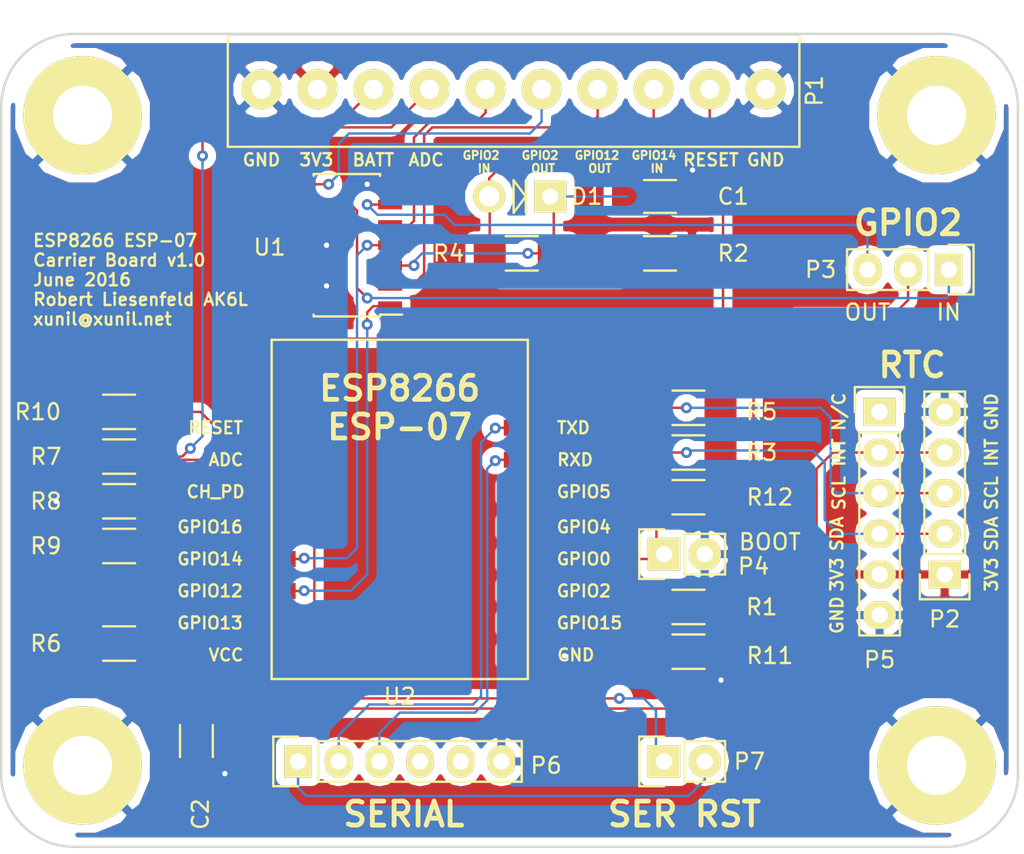
<source format=kicad_pcb>
(kicad_pcb (version 4) (host pcbnew 4.0.2-stable)

  (general
    (links 69)
    (no_connects 3)
    (area 122.860999 66.472999 186.518051 117.430051)
    (thickness 1.6)
    (drawings 42)
    (tracks 229)
    (zones 0)
    (modules 28)
    (nets 30)
  )

  (page A4)
  (layers
    (0 F.Cu signal)
    (31 B.Cu signal hide)
    (32 B.Adhes user)
    (33 F.Adhes user)
    (34 B.Paste user)
    (35 F.Paste user)
    (36 B.SilkS user)
    (37 F.SilkS user)
    (38 B.Mask user)
    (39 F.Mask user)
    (40 Dwgs.User user hide)
    (41 Cmts.User user)
    (42 Eco1.User user)
    (43 Eco2.User user)
    (44 Edge.Cuts user)
    (45 Margin user)
    (46 B.CrtYd user)
    (47 F.CrtYd user)
    (48 B.Fab user)
    (49 F.Fab user)
  )

  (setup
    (last_trace_width 0.1524)
    (trace_clearance 0.1524)
    (zone_clearance 0.508)
    (zone_45_only no)
    (trace_min 0.1524)
    (segment_width 0.2)
    (edge_width 0.15)
    (via_size 0.6858)
    (via_drill 0.3302)
    (via_min_size 0.6858)
    (via_min_drill 0.3302)
    (uvia_size 0.3)
    (uvia_drill 0.1)
    (uvias_allowed no)
    (uvia_min_size 0.2)
    (uvia_min_drill 0.1)
    (pcb_text_width 0.3)
    (pcb_text_size 1.5 1.5)
    (mod_edge_width 0.15)
    (mod_text_size 1 1)
    (mod_text_width 0.15)
    (pad_size 7.4 7.4)
    (pad_drill 3.7)
    (pad_to_mask_clearance 0.2)
    (aux_axis_origin 0 0)
    (visible_elements 7FFEFFFF)
    (pcbplotparams
      (layerselection 0x00030_00000001)
      (usegerberextensions false)
      (excludeedgelayer true)
      (linewidth 0.100000)
      (plotframeref false)
      (viasonmask false)
      (mode 1)
      (useauxorigin false)
      (hpglpennumber 1)
      (hpglpenspeed 20)
      (hpglpendiameter 15)
      (hpglpenoverlay 2)
      (psnegative false)
      (psa4output false)
      (plotreference true)
      (plotvalue true)
      (plotinvisibletext false)
      (padsonsilk false)
      (subtractmaskfromsilk false)
      (outputformat 1)
      (mirror false)
      (drillshape 0)
      (scaleselection 1)
      (outputdirectory ""))
  )

  (net 0 "")
  (net 1 GPIO14_IN_DB)
  (net 2 GND)
  (net 3 3V3)
  (net 4 GPIO14_IN)
  (net 5 GPIO4)
  (net 6 GPIO5)
  (net 7 GPIO13)
  (net 8 GPIO2_OUT)
  (net 9 GPIO2)
  (net 10 GPIO2_IN_ST)
  (net 11 "Net-(P4-Pad1)")
  (net 12 "Net-(P5-Pad1)")
  (net 13 RESET_SER)
  (net 14 TXD)
  (net 15 RXD)
  (net 16 "Net-(P6-Pad4)")
  (net 17 "Net-(P6-Pad5)")
  (net 18 RESET)
  (net 19 BATT)
  (net 20 ADC)
  (net 21 "Net-(R9-Pad2)")
  (net 22 "Net-(R11-Pad1)")
  (net 23 GPIO12)
  (net 24 GPIO12_OUT)
  (net 25 GPIO14)
  (net 26 GPIO2_IN)
  (net 27 GPIO2_OUT_ST)
  (net 28 "Net-(U1-Pad10)")
  (net 29 "Net-(U1-Pad12)")

  (net_class Default "This is the default net class."
    (clearance 0.1524)
    (trace_width 0.1524)
    (via_dia 0.6858)
    (via_drill 0.3302)
    (uvia_dia 0.3)
    (uvia_drill 0.1)
    (add_net 3V3)
    (add_net ADC)
    (add_net BATT)
    (add_net GND)
    (add_net GPIO12)
    (add_net GPIO12_OUT)
    (add_net GPIO13)
    (add_net GPIO14)
    (add_net GPIO14_IN)
    (add_net GPIO14_IN_DB)
    (add_net GPIO2)
    (add_net GPIO2_IN)
    (add_net GPIO2_IN_ST)
    (add_net GPIO2_OUT)
    (add_net GPIO2_OUT_ST)
    (add_net GPIO4)
    (add_net GPIO5)
    (add_net "Net-(P4-Pad1)")
    (add_net "Net-(P5-Pad1)")
    (add_net "Net-(P6-Pad4)")
    (add_net "Net-(P6-Pad5)")
    (add_net "Net-(R11-Pad1)")
    (add_net "Net-(R9-Pad2)")
    (add_net "Net-(U1-Pad10)")
    (add_net "Net-(U1-Pad12)")
    (add_net RESET)
    (add_net RESET_SER)
    (add_net RXD)
    (add_net TXD)
  )

  (module Capacitors_SMD:C_1206_HandSoldering (layer F.Cu) (tedit 5758AFE4) (tstamp 5756F093)
    (at 164.084 76.708)
    (descr "Capacitor SMD 1206, hand soldering")
    (tags "capacitor 1206")
    (path /574CC6E6)
    (attr smd)
    (fp_text reference C1 (at 4.572 0) (layer F.SilkS)
      (effects (font (size 1 1) (thickness 0.15)))
    )
    (fp_text value C (at 0 2.3) (layer F.Fab)
      (effects (font (size 1 1) (thickness 0.15)))
    )
    (fp_line (start -3.3 -1.15) (end 3.3 -1.15) (layer F.CrtYd) (width 0.05))
    (fp_line (start -3.3 1.15) (end 3.3 1.15) (layer F.CrtYd) (width 0.05))
    (fp_line (start -3.3 -1.15) (end -3.3 1.15) (layer F.CrtYd) (width 0.05))
    (fp_line (start 3.3 -1.15) (end 3.3 1.15) (layer F.CrtYd) (width 0.05))
    (fp_line (start 1 -1.025) (end -1 -1.025) (layer F.SilkS) (width 0.15))
    (fp_line (start -1 1.025) (end 1 1.025) (layer F.SilkS) (width 0.15))
    (pad 1 smd rect (at -2 0) (size 2 1.6) (layers F.Cu F.Paste F.Mask)
      (net 1 GPIO14_IN_DB))
    (pad 2 smd rect (at 2 0) (size 2 1.6) (layers F.Cu F.Paste F.Mask)
      (net 2 GND))
    (model Capacitors_SMD.3dshapes/C_1206_HandSoldering.wrl
      (at (xyz 0 0 0))
      (scale (xyz 1 1 1))
      (rotate (xyz 0 0 0))
    )
  )

  (module Capacitors_SMD:C_1206_HandSoldering (layer F.Cu) (tedit 57583936) (tstamp 5756F099)
    (at 135.128 110.744 270)
    (descr "Capacitor SMD 1206, hand soldering")
    (tags "capacitor 1206")
    (path /574B5BCE)
    (attr smd)
    (fp_text reference C2 (at 4.572 -0.254 270) (layer F.SilkS)
      (effects (font (size 1 1) (thickness 0.15)))
    )
    (fp_text value C (at 0 2.3 270) (layer F.Fab)
      (effects (font (size 1 1) (thickness 0.15)))
    )
    (fp_line (start -3.3 -1.15) (end 3.3 -1.15) (layer F.CrtYd) (width 0.05))
    (fp_line (start -3.3 1.15) (end 3.3 1.15) (layer F.CrtYd) (width 0.05))
    (fp_line (start -3.3 -1.15) (end -3.3 1.15) (layer F.CrtYd) (width 0.05))
    (fp_line (start 3.3 -1.15) (end 3.3 1.15) (layer F.CrtYd) (width 0.05))
    (fp_line (start 1 -1.025) (end -1 -1.025) (layer F.SilkS) (width 0.15))
    (fp_line (start -1 1.025) (end 1 1.025) (layer F.SilkS) (width 0.15))
    (pad 1 smd rect (at -2 0 270) (size 2 1.6) (layers F.Cu F.Paste F.Mask)
      (net 3 3V3))
    (pad 2 smd rect (at 2 0 270) (size 2 1.6) (layers F.Cu F.Paste F.Mask)
      (net 2 GND))
    (model Capacitors_SMD.3dshapes/C_1206_HandSoldering.wrl
      (at (xyz 0 0 0))
      (scale (xyz 1 1 1))
      (rotate (xyz 0 0 0))
    )
  )

  (module Diodes_ThroughHole:Diode_DO-41_SOD81_Vertical_AnodeUp (layer F.Cu) (tedit 5758B01A) (tstamp 5756F09F)
    (at 157.226 76.708 180)
    (descr "Diode, DO-41, SOD81, Vertical, Anode Up,")
    (tags "Diode, DO-41, SOD81, Vertical, Anode Up, 1N4007, SB140,")
    (path /574CCD9C)
    (fp_text reference D1 (at -2.286 0 180) (layer F.SilkS)
      (effects (font (size 1 1) (thickness 0.15)))
    )
    (fp_text value D (at 0.05 -2 180) (layer F.Fab)
      (effects (font (size 1 1) (thickness 0.15)))
    )
    (fp_text user A (at 3.81 -1.778 180) (layer Cmts.User)
      (effects (font (size 1 1) (thickness 0.15)))
    )
    (fp_line (start 1.524 0) (end 2.286 1.016) (layer F.SilkS) (width 0.15))
    (fp_line (start 1.524 0) (end 2.286 -1.016) (layer F.SilkS) (width 0.15))
    (fp_line (start 1.524 -1.016) (end 1.524 1.016) (layer F.SilkS) (width 0.15))
    (fp_line (start 2.286 -1.016) (end 2.286 1.016) (layer F.SilkS) (width 0.15))
    (pad 2 thru_hole circle (at 3.81 0 180) (size 1.99898 1.99898) (drill 1.27) (layers *.Cu *.Mask F.SilkS)
      (net 4 GPIO14_IN))
    (pad 1 thru_hole rect (at 0 0 180) (size 1.99898 1.99898) (drill 1.00076) (layers *.Cu *.Mask F.SilkS)
      (net 1 GPIO14_IN_DB))
  )

  (module Pin_Headers:Pin_Header_Straight_1x05 (layer F.Cu) (tedit 5758B233) (tstamp 5756F0A8)
    (at 181.864 100.33 180)
    (descr "Through hole pin header")
    (tags "pin header")
    (path /574C72B3)
    (fp_text reference P2 (at 0 -2.794 180) (layer F.SilkS)
      (effects (font (size 1 1) (thickness 0.15)))
    )
    (fp_text value CONN_01X05 (at 0 -3.1 180) (layer F.Fab)
      (effects (font (size 1 1) (thickness 0.15)))
    )
    (fp_line (start -1.55 0) (end -1.55 -1.55) (layer F.SilkS) (width 0.15))
    (fp_line (start -1.55 -1.55) (end 1.55 -1.55) (layer F.SilkS) (width 0.15))
    (fp_line (start 1.55 -1.55) (end 1.55 0) (layer F.SilkS) (width 0.15))
    (fp_line (start -1.75 -1.75) (end -1.75 11.95) (layer F.CrtYd) (width 0.05))
    (fp_line (start 1.75 -1.75) (end 1.75 11.95) (layer F.CrtYd) (width 0.05))
    (fp_line (start -1.75 -1.75) (end 1.75 -1.75) (layer F.CrtYd) (width 0.05))
    (fp_line (start -1.75 11.95) (end 1.75 11.95) (layer F.CrtYd) (width 0.05))
    (fp_line (start 1.27 1.27) (end 1.27 11.43) (layer F.SilkS) (width 0.15))
    (fp_line (start 1.27 11.43) (end -1.27 11.43) (layer F.SilkS) (width 0.15))
    (fp_line (start -1.27 11.43) (end -1.27 1.27) (layer F.SilkS) (width 0.15))
    (fp_line (start 1.27 1.27) (end -1.27 1.27) (layer F.SilkS) (width 0.15))
    (pad 1 thru_hole rect (at 0 0 180) (size 2.032 1.7272) (drill 1.016) (layers *.Cu *.Mask F.SilkS)
      (net 3 3V3))
    (pad 2 thru_hole oval (at 0 2.54 180) (size 2.032 1.7272) (drill 1.016) (layers *.Cu *.Mask F.SilkS)
      (net 5 GPIO4))
    (pad 3 thru_hole oval (at 0 5.08 180) (size 2.032 1.7272) (drill 1.016) (layers *.Cu *.Mask F.SilkS)
      (net 6 GPIO5))
    (pad 4 thru_hole oval (at 0 7.62 180) (size 2.032 1.7272) (drill 1.016) (layers *.Cu *.Mask F.SilkS)
      (net 7 GPIO13))
    (pad 5 thru_hole oval (at 0 10.16 180) (size 2.032 1.7272) (drill 1.016) (layers *.Cu *.Mask F.SilkS)
      (net 2 GND))
    (model Pin_Headers.3dshapes/Pin_Header_Straight_1x05.wrl
      (at (xyz 0 -0.2 0))
      (scale (xyz 1 1 1))
      (rotate (xyz 0 0 90))
    )
  )

  (module Pin_Headers:Pin_Header_Straight_1x03 (layer F.Cu) (tedit 575B5817) (tstamp 5756F0AF)
    (at 182.118 81.28 270)
    (descr "Through hole pin header")
    (tags "pin header")
    (path /5753206C)
    (fp_text reference P3 (at 0 8.001 360) (layer F.SilkS)
      (effects (font (size 1 1) (thickness 0.15)))
    )
    (fp_text value CONN_02X03 (at 0 -3.1 270) (layer F.Fab)
      (effects (font (size 1 1) (thickness 0.15)))
    )
    (fp_line (start -1.75 -1.75) (end -1.75 6.85) (layer F.CrtYd) (width 0.05))
    (fp_line (start 1.75 -1.75) (end 1.75 6.85) (layer F.CrtYd) (width 0.05))
    (fp_line (start -1.75 -1.75) (end 1.75 -1.75) (layer F.CrtYd) (width 0.05))
    (fp_line (start -1.75 6.85) (end 1.75 6.85) (layer F.CrtYd) (width 0.05))
    (fp_line (start -1.27 1.27) (end -1.27 6.35) (layer F.SilkS) (width 0.15))
    (fp_line (start -1.27 6.35) (end 1.27 6.35) (layer F.SilkS) (width 0.15))
    (fp_line (start 1.27 6.35) (end 1.27 1.27) (layer F.SilkS) (width 0.15))
    (fp_line (start 1.55 -1.55) (end 1.55 0) (layer F.SilkS) (width 0.15))
    (fp_line (start 1.27 1.27) (end -1.27 1.27) (layer F.SilkS) (width 0.15))
    (fp_line (start -1.55 0) (end -1.55 -1.55) (layer F.SilkS) (width 0.15))
    (fp_line (start -1.55 -1.55) (end 1.55 -1.55) (layer F.SilkS) (width 0.15))
    (pad 1 thru_hole rect (at 0 0 270) (size 2.032 1.7272) (drill 1.016) (layers *.Cu *.Mask F.SilkS)
      (net 8 GPIO2_OUT))
    (pad 2 thru_hole oval (at 0 2.54 270) (size 2.032 1.7272) (drill 1.016) (layers *.Cu *.Mask F.SilkS)
      (net 9 GPIO2))
    (pad 3 thru_hole oval (at 0 5.08 270) (size 2.032 1.7272) (drill 1.016) (layers *.Cu *.Mask F.SilkS)
      (net 10 GPIO2_IN_ST))
    (model Pin_Headers.3dshapes/Pin_Header_Straight_1x03.wrl
      (at (xyz 0 -0.1 0))
      (scale (xyz 1 1 1))
      (rotate (xyz 0 0 90))
    )
  )

  (module Pin_Headers:Pin_Header_Straight_1x02 (layer F.Cu) (tedit 5758458B) (tstamp 5756F0B5)
    (at 164.338 99.06 90)
    (descr "Through hole pin header")
    (tags "pin header")
    (path /574B5615)
    (fp_text reference P4 (at -0.762 5.588 180) (layer F.SilkS)
      (effects (font (size 1 1) (thickness 0.15)))
    )
    (fp_text value CONN_01X02 (at 0 -3.1 90) (layer F.Fab)
      (effects (font (size 1 1) (thickness 0.15)))
    )
    (fp_line (start 1.27 1.27) (end 1.27 3.81) (layer F.SilkS) (width 0.15))
    (fp_line (start 1.55 -1.55) (end 1.55 0) (layer F.SilkS) (width 0.15))
    (fp_line (start -1.75 -1.75) (end -1.75 4.3) (layer F.CrtYd) (width 0.05))
    (fp_line (start 1.75 -1.75) (end 1.75 4.3) (layer F.CrtYd) (width 0.05))
    (fp_line (start -1.75 -1.75) (end 1.75 -1.75) (layer F.CrtYd) (width 0.05))
    (fp_line (start -1.75 4.3) (end 1.75 4.3) (layer F.CrtYd) (width 0.05))
    (fp_line (start 1.27 1.27) (end -1.27 1.27) (layer F.SilkS) (width 0.15))
    (fp_line (start -1.55 0) (end -1.55 -1.55) (layer F.SilkS) (width 0.15))
    (fp_line (start -1.55 -1.55) (end 1.55 -1.55) (layer F.SilkS) (width 0.15))
    (fp_line (start -1.27 1.27) (end -1.27 3.81) (layer F.SilkS) (width 0.15))
    (fp_line (start -1.27 3.81) (end 1.27 3.81) (layer F.SilkS) (width 0.15))
    (pad 1 thru_hole rect (at 0 0 90) (size 2.032 2.032) (drill 1.016) (layers *.Cu *.Mask F.SilkS)
      (net 11 "Net-(P4-Pad1)"))
    (pad 2 thru_hole oval (at 0 2.54 90) (size 2.032 2.032) (drill 1.016) (layers *.Cu *.Mask F.SilkS)
      (net 2 GND))
    (model Pin_Headers.3dshapes/Pin_Header_Straight_1x02.wrl
      (at (xyz 0 -0.05 0))
      (scale (xyz 1 1 1))
      (rotate (xyz 0 0 90))
    )
  )

  (module Pin_Headers:Pin_Header_Straight_1x06 (layer F.Cu) (tedit 5758B230) (tstamp 5756F0BF)
    (at 177.8 90.17)
    (descr "Through hole pin header")
    (tags "pin header")
    (path /57546EB1)
    (fp_text reference P5 (at 0 15.494) (layer F.SilkS)
      (effects (font (size 1 1) (thickness 0.15)))
    )
    (fp_text value CONN_01X06 (at 0 -3.1) (layer F.Fab)
      (effects (font (size 1 1) (thickness 0.15)))
    )
    (fp_line (start -1.75 -1.75) (end -1.75 14.45) (layer F.CrtYd) (width 0.05))
    (fp_line (start 1.75 -1.75) (end 1.75 14.45) (layer F.CrtYd) (width 0.05))
    (fp_line (start -1.75 -1.75) (end 1.75 -1.75) (layer F.CrtYd) (width 0.05))
    (fp_line (start -1.75 14.45) (end 1.75 14.45) (layer F.CrtYd) (width 0.05))
    (fp_line (start 1.27 1.27) (end 1.27 13.97) (layer F.SilkS) (width 0.15))
    (fp_line (start 1.27 13.97) (end -1.27 13.97) (layer F.SilkS) (width 0.15))
    (fp_line (start -1.27 13.97) (end -1.27 1.27) (layer F.SilkS) (width 0.15))
    (fp_line (start 1.55 -1.55) (end 1.55 0) (layer F.SilkS) (width 0.15))
    (fp_line (start 1.27 1.27) (end -1.27 1.27) (layer F.SilkS) (width 0.15))
    (fp_line (start -1.55 0) (end -1.55 -1.55) (layer F.SilkS) (width 0.15))
    (fp_line (start -1.55 -1.55) (end 1.55 -1.55) (layer F.SilkS) (width 0.15))
    (pad 1 thru_hole rect (at 0 0) (size 2.032 1.7272) (drill 1.016) (layers *.Cu *.Mask F.SilkS)
      (net 12 "Net-(P5-Pad1)"))
    (pad 2 thru_hole oval (at 0 2.54) (size 2.032 1.7272) (drill 1.016) (layers *.Cu *.Mask F.SilkS)
      (net 7 GPIO13))
    (pad 3 thru_hole oval (at 0 5.08) (size 2.032 1.7272) (drill 1.016) (layers *.Cu *.Mask F.SilkS)
      (net 6 GPIO5))
    (pad 4 thru_hole oval (at 0 7.62) (size 2.032 1.7272) (drill 1.016) (layers *.Cu *.Mask F.SilkS)
      (net 5 GPIO4))
    (pad 5 thru_hole oval (at 0 10.16) (size 2.032 1.7272) (drill 1.016) (layers *.Cu *.Mask F.SilkS)
      (net 3 3V3))
    (pad 6 thru_hole oval (at 0 12.7) (size 2.032 1.7272) (drill 1.016) (layers *.Cu *.Mask F.SilkS)
      (net 2 GND))
    (model Pin_Headers.3dshapes/Pin_Header_Straight_1x06.wrl
      (at (xyz 0 -0.25 0))
      (scale (xyz 1 1 1))
      (rotate (xyz 0 0 90))
    )
  )

  (module Pin_Headers:Pin_Header_Straight_1x06 (layer F.Cu) (tedit 5758B0AA) (tstamp 5756F0C9)
    (at 141.478 112.014 90)
    (descr "Through hole pin header")
    (tags "pin header")
    (path /574B5A83)
    (fp_text reference P6 (at -0.254 15.494 180) (layer F.SilkS)
      (effects (font (size 1 1) (thickness 0.15)))
    )
    (fp_text value CONN_01X06 (at 0 -3.1 90) (layer F.Fab)
      (effects (font (size 1 1) (thickness 0.15)))
    )
    (fp_line (start -1.75 -1.75) (end -1.75 14.45) (layer F.CrtYd) (width 0.05))
    (fp_line (start 1.75 -1.75) (end 1.75 14.45) (layer F.CrtYd) (width 0.05))
    (fp_line (start -1.75 -1.75) (end 1.75 -1.75) (layer F.CrtYd) (width 0.05))
    (fp_line (start -1.75 14.45) (end 1.75 14.45) (layer F.CrtYd) (width 0.05))
    (fp_line (start 1.27 1.27) (end 1.27 13.97) (layer F.SilkS) (width 0.15))
    (fp_line (start 1.27 13.97) (end -1.27 13.97) (layer F.SilkS) (width 0.15))
    (fp_line (start -1.27 13.97) (end -1.27 1.27) (layer F.SilkS) (width 0.15))
    (fp_line (start 1.55 -1.55) (end 1.55 0) (layer F.SilkS) (width 0.15))
    (fp_line (start 1.27 1.27) (end -1.27 1.27) (layer F.SilkS) (width 0.15))
    (fp_line (start -1.55 0) (end -1.55 -1.55) (layer F.SilkS) (width 0.15))
    (fp_line (start -1.55 -1.55) (end 1.55 -1.55) (layer F.SilkS) (width 0.15))
    (pad 1 thru_hole rect (at 0 0 90) (size 2.032 1.7272) (drill 1.016) (layers *.Cu *.Mask F.SilkS)
      (net 13 RESET_SER))
    (pad 2 thru_hole oval (at 0 2.54 90) (size 2.032 1.7272) (drill 1.016) (layers *.Cu *.Mask F.SilkS)
      (net 14 TXD))
    (pad 3 thru_hole oval (at 0 5.08 90) (size 2.032 1.7272) (drill 1.016) (layers *.Cu *.Mask F.SilkS)
      (net 15 RXD))
    (pad 4 thru_hole oval (at 0 7.62 90) (size 2.032 1.7272) (drill 1.016) (layers *.Cu *.Mask F.SilkS)
      (net 16 "Net-(P6-Pad4)"))
    (pad 5 thru_hole oval (at 0 10.16 90) (size 2.032 1.7272) (drill 1.016) (layers *.Cu *.Mask F.SilkS)
      (net 17 "Net-(P6-Pad5)"))
    (pad 6 thru_hole oval (at 0 12.7 90) (size 2.032 1.7272) (drill 1.016) (layers *.Cu *.Mask F.SilkS)
      (net 2 GND))
    (model Pin_Headers.3dshapes/Pin_Header_Straight_1x06.wrl
      (at (xyz 0 -0.25 0))
      (scale (xyz 1 1 1))
      (rotate (xyz 0 0 90))
    )
  )

  (module Pin_Headers:Pin_Header_Straight_1x02 (layer F.Cu) (tedit 5758B805) (tstamp 5756F0CF)
    (at 164.338 112.014 90)
    (descr "Through hole pin header")
    (tags "pin header")
    (path /574C7B4F)
    (fp_text reference P7 (at 0 5.334 180) (layer F.SilkS)
      (effects (font (size 1 1) (thickness 0.15)))
    )
    (fp_text value CONN_01X02 (at 0 -3.1 90) (layer F.Fab)
      (effects (font (size 1 1) (thickness 0.15)))
    )
    (fp_line (start 1.27 1.27) (end 1.27 3.81) (layer F.SilkS) (width 0.15))
    (fp_line (start 1.55 -1.55) (end 1.55 0) (layer F.SilkS) (width 0.15))
    (fp_line (start -1.75 -1.75) (end -1.75 4.3) (layer F.CrtYd) (width 0.05))
    (fp_line (start 1.75 -1.75) (end 1.75 4.3) (layer F.CrtYd) (width 0.05))
    (fp_line (start -1.75 -1.75) (end 1.75 -1.75) (layer F.CrtYd) (width 0.05))
    (fp_line (start -1.75 4.3) (end 1.75 4.3) (layer F.CrtYd) (width 0.05))
    (fp_line (start 1.27 1.27) (end -1.27 1.27) (layer F.SilkS) (width 0.15))
    (fp_line (start -1.55 0) (end -1.55 -1.55) (layer F.SilkS) (width 0.15))
    (fp_line (start -1.55 -1.55) (end 1.55 -1.55) (layer F.SilkS) (width 0.15))
    (fp_line (start -1.27 1.27) (end -1.27 3.81) (layer F.SilkS) (width 0.15))
    (fp_line (start -1.27 3.81) (end 1.27 3.81) (layer F.SilkS) (width 0.15))
    (pad 1 thru_hole rect (at 0 0 90) (size 2.032 2.032) (drill 1.016) (layers *.Cu *.Mask F.SilkS)
      (net 18 RESET))
    (pad 2 thru_hole oval (at 0 2.54 90) (size 2.032 2.032) (drill 1.016) (layers *.Cu *.Mask F.SilkS)
      (net 13 RESET_SER))
    (model Pin_Headers.3dshapes/Pin_Header_Straight_1x02.wrl
      (at (xyz 0 -0.05 0))
      (scale (xyz 1 1 1))
      (rotate (xyz 0 0 90))
    )
  )

  (module Resistors_SMD:R_1206_HandSoldering (layer F.Cu) (tedit 575838B9) (tstamp 5756F0D5)
    (at 165.862 102.362 180)
    (descr "Resistor SMD 1206, hand soldering")
    (tags "resistor 1206")
    (path /57558E43)
    (attr smd)
    (fp_text reference R1 (at -4.572 0 180) (layer F.SilkS)
      (effects (font (size 1 1) (thickness 0.15)))
    )
    (fp_text value R (at 0 2.3 180) (layer F.Fab)
      (effects (font (size 1 1) (thickness 0.15)))
    )
    (fp_line (start -3.3 -1.2) (end 3.3 -1.2) (layer F.CrtYd) (width 0.05))
    (fp_line (start -3.3 1.2) (end 3.3 1.2) (layer F.CrtYd) (width 0.05))
    (fp_line (start -3.3 -1.2) (end -3.3 1.2) (layer F.CrtYd) (width 0.05))
    (fp_line (start 3.3 -1.2) (end 3.3 1.2) (layer F.CrtYd) (width 0.05))
    (fp_line (start 1 1.075) (end -1 1.075) (layer F.SilkS) (width 0.15))
    (fp_line (start -1 -1.075) (end 1 -1.075) (layer F.SilkS) (width 0.15))
    (pad 1 smd rect (at -2 0 180) (size 2 1.7) (layers F.Cu F.Paste F.Mask)
      (net 3 3V3))
    (pad 2 smd rect (at 2 0 180) (size 2 1.7) (layers F.Cu F.Paste F.Mask)
      (net 9 GPIO2))
    (model Resistors_SMD.3dshapes/R_1206_HandSoldering.wrl
      (at (xyz 0 0 0))
      (scale (xyz 1 1 1))
      (rotate (xyz 0 0 0))
    )
  )

  (module Resistors_SMD:R_1206_HandSoldering (layer F.Cu) (tedit 5758AFE1) (tstamp 5756F0DB)
    (at 164.084 80.264)
    (descr "Resistor SMD 1206, hand soldering")
    (tags "resistor 1206")
    (path /574CC64C)
    (attr smd)
    (fp_text reference R2 (at 4.572 0) (layer F.SilkS)
      (effects (font (size 1 1) (thickness 0.15)))
    )
    (fp_text value R (at 0 2.3) (layer F.Fab)
      (effects (font (size 1 1) (thickness 0.15)))
    )
    (fp_line (start -3.3 -1.2) (end 3.3 -1.2) (layer F.CrtYd) (width 0.05))
    (fp_line (start -3.3 1.2) (end 3.3 1.2) (layer F.CrtYd) (width 0.05))
    (fp_line (start -3.3 -1.2) (end -3.3 1.2) (layer F.CrtYd) (width 0.05))
    (fp_line (start 3.3 -1.2) (end 3.3 1.2) (layer F.CrtYd) (width 0.05))
    (fp_line (start 1 1.075) (end -1 1.075) (layer F.SilkS) (width 0.15))
    (fp_line (start -1 -1.075) (end 1 -1.075) (layer F.SilkS) (width 0.15))
    (pad 1 smd rect (at -2 0) (size 2 1.7) (layers F.Cu F.Paste F.Mask)
      (net 4 GPIO14_IN))
    (pad 2 smd rect (at 2 0) (size 2 1.7) (layers F.Cu F.Paste F.Mask)
      (net 3 3V3))
    (model Resistors_SMD.3dshapes/R_1206_HandSoldering.wrl
      (at (xyz 0 0 0))
      (scale (xyz 1 1 1))
      (rotate (xyz 0 0 0))
    )
  )

  (module Resistors_SMD:R_1206_HandSoldering (layer F.Cu) (tedit 575838B6) (tstamp 5756F0E1)
    (at 165.862 92.71 180)
    (descr "Resistor SMD 1206, hand soldering")
    (tags "resistor 1206")
    (path /5754653E)
    (attr smd)
    (fp_text reference R3 (at -4.572 0 180) (layer F.SilkS)
      (effects (font (size 1 1) (thickness 0.15)))
    )
    (fp_text value R (at 0 2.3 180) (layer F.Fab)
      (effects (font (size 1 1) (thickness 0.15)))
    )
    (fp_line (start -3.3 -1.2) (end 3.3 -1.2) (layer F.CrtYd) (width 0.05))
    (fp_line (start -3.3 1.2) (end 3.3 1.2) (layer F.CrtYd) (width 0.05))
    (fp_line (start -3.3 -1.2) (end -3.3 1.2) (layer F.CrtYd) (width 0.05))
    (fp_line (start 3.3 -1.2) (end 3.3 1.2) (layer F.CrtYd) (width 0.05))
    (fp_line (start 1 1.075) (end -1 1.075) (layer F.SilkS) (width 0.15))
    (fp_line (start -1 -1.075) (end 1 -1.075) (layer F.SilkS) (width 0.15))
    (pad 1 smd rect (at -2 0 180) (size 2 1.7) (layers F.Cu F.Paste F.Mask)
      (net 3 3V3))
    (pad 2 smd rect (at 2 0 180) (size 2 1.7) (layers F.Cu F.Paste F.Mask)
      (net 5 GPIO4))
    (model Resistors_SMD.3dshapes/R_1206_HandSoldering.wrl
      (at (xyz 0 0 0))
      (scale (xyz 1 1 1))
      (rotate (xyz 0 0 0))
    )
  )

  (module Resistors_SMD:R_1206_HandSoldering (layer F.Cu) (tedit 5758B102) (tstamp 5756F0E7)
    (at 155.448 80.264 180)
    (descr "Resistor SMD 1206, hand soldering")
    (tags "resistor 1206")
    (path /574CC56E)
    (attr smd)
    (fp_text reference R4 (at 4.572 0 180) (layer F.SilkS)
      (effects (font (size 1 1) (thickness 0.15)))
    )
    (fp_text value R (at 0 2.3 180) (layer F.Fab)
      (effects (font (size 1 1) (thickness 0.15)))
    )
    (fp_line (start -3.3 -1.2) (end 3.3 -1.2) (layer F.CrtYd) (width 0.05))
    (fp_line (start -3.3 1.2) (end 3.3 1.2) (layer F.CrtYd) (width 0.05))
    (fp_line (start -3.3 -1.2) (end -3.3 1.2) (layer F.CrtYd) (width 0.05))
    (fp_line (start 3.3 -1.2) (end 3.3 1.2) (layer F.CrtYd) (width 0.05))
    (fp_line (start 1 1.075) (end -1 1.075) (layer F.SilkS) (width 0.15))
    (fp_line (start -1 -1.075) (end 1 -1.075) (layer F.SilkS) (width 0.15))
    (pad 1 smd rect (at -2 0 180) (size 2 1.7) (layers F.Cu F.Paste F.Mask)
      (net 1 GPIO14_IN_DB))
    (pad 2 smd rect (at 2 0 180) (size 2 1.7) (layers F.Cu F.Paste F.Mask)
      (net 4 GPIO14_IN))
    (model Resistors_SMD.3dshapes/R_1206_HandSoldering.wrl
      (at (xyz 0 0 0))
      (scale (xyz 1 1 1))
      (rotate (xyz 0 0 0))
    )
  )

  (module Resistors_SMD:R_1206_HandSoldering (layer F.Cu) (tedit 575838DD) (tstamp 5756F0ED)
    (at 165.862 89.916 180)
    (descr "Resistor SMD 1206, hand soldering")
    (tags "resistor 1206")
    (path /5754669A)
    (attr smd)
    (fp_text reference R5 (at -4.572 -0.254 180) (layer F.SilkS)
      (effects (font (size 1 1) (thickness 0.15)))
    )
    (fp_text value R (at 0 2.3 180) (layer F.Fab)
      (effects (font (size 1 1) (thickness 0.15)))
    )
    (fp_line (start -3.3 -1.2) (end 3.3 -1.2) (layer F.CrtYd) (width 0.05))
    (fp_line (start -3.3 1.2) (end 3.3 1.2) (layer F.CrtYd) (width 0.05))
    (fp_line (start -3.3 -1.2) (end -3.3 1.2) (layer F.CrtYd) (width 0.05))
    (fp_line (start 3.3 -1.2) (end 3.3 1.2) (layer F.CrtYd) (width 0.05))
    (fp_line (start 1 1.075) (end -1 1.075) (layer F.SilkS) (width 0.15))
    (fp_line (start -1 -1.075) (end 1 -1.075) (layer F.SilkS) (width 0.15))
    (pad 1 smd rect (at -2 0 180) (size 2 1.7) (layers F.Cu F.Paste F.Mask)
      (net 3 3V3))
    (pad 2 smd rect (at 2 0 180) (size 2 1.7) (layers F.Cu F.Paste F.Mask)
      (net 6 GPIO5))
    (model Resistors_SMD.3dshapes/R_1206_HandSoldering.wrl
      (at (xyz 0 0 0))
      (scale (xyz 1 1 1))
      (rotate (xyz 0 0 0))
    )
  )

  (module Resistors_SMD:R_1206_HandSoldering (layer F.Cu) (tedit 57583934) (tstamp 5756F0F3)
    (at 130.302 104.648)
    (descr "Resistor SMD 1206, hand soldering")
    (tags "resistor 1206")
    (path /575475C4)
    (attr smd)
    (fp_text reference R6 (at -4.572 0) (layer F.SilkS)
      (effects (font (size 1 1) (thickness 0.15)))
    )
    (fp_text value R (at 0 2.3) (layer F.Fab)
      (effects (font (size 1 1) (thickness 0.15)))
    )
    (fp_line (start -3.3 -1.2) (end 3.3 -1.2) (layer F.CrtYd) (width 0.05))
    (fp_line (start -3.3 1.2) (end 3.3 1.2) (layer F.CrtYd) (width 0.05))
    (fp_line (start -3.3 -1.2) (end -3.3 1.2) (layer F.CrtYd) (width 0.05))
    (fp_line (start 3.3 -1.2) (end 3.3 1.2) (layer F.CrtYd) (width 0.05))
    (fp_line (start 1 1.075) (end -1 1.075) (layer F.SilkS) (width 0.15))
    (fp_line (start -1 -1.075) (end 1 -1.075) (layer F.SilkS) (width 0.15))
    (pad 1 smd rect (at -2 0) (size 2 1.7) (layers F.Cu F.Paste F.Mask)
      (net 3 3V3))
    (pad 2 smd rect (at 2 0) (size 2 1.7) (layers F.Cu F.Paste F.Mask)
      (net 7 GPIO13))
    (model Resistors_SMD.3dshapes/R_1206_HandSoldering.wrl
      (at (xyz 0 0 0))
      (scale (xyz 1 1 1))
      (rotate (xyz 0 0 0))
    )
  )

  (module Resistors_SMD:R_1206_HandSoldering (layer F.Cu) (tedit 57583952) (tstamp 5756F0F9)
    (at 130.302 92.964)
    (descr "Resistor SMD 1206, hand soldering")
    (tags "resistor 1206")
    (path /574B53DF)
    (attr smd)
    (fp_text reference R7 (at -4.572 0) (layer F.SilkS)
      (effects (font (size 1 1) (thickness 0.15)))
    )
    (fp_text value R (at 0 2.3) (layer F.Fab)
      (effects (font (size 1 1) (thickness 0.15)))
    )
    (fp_line (start -3.3 -1.2) (end 3.3 -1.2) (layer F.CrtYd) (width 0.05))
    (fp_line (start -3.3 1.2) (end 3.3 1.2) (layer F.CrtYd) (width 0.05))
    (fp_line (start -3.3 -1.2) (end -3.3 1.2) (layer F.CrtYd) (width 0.05))
    (fp_line (start 3.3 -1.2) (end 3.3 1.2) (layer F.CrtYd) (width 0.05))
    (fp_line (start 1 1.075) (end -1 1.075) (layer F.SilkS) (width 0.15))
    (fp_line (start -1 -1.075) (end 1 -1.075) (layer F.SilkS) (width 0.15))
    (pad 1 smd rect (at -2 0) (size 2 1.7) (layers F.Cu F.Paste F.Mask)
      (net 19 BATT))
    (pad 2 smd rect (at 2 0) (size 2 1.7) (layers F.Cu F.Paste F.Mask)
      (net 20 ADC))
    (model Resistors_SMD.3dshapes/R_1206_HandSoldering.wrl
      (at (xyz 0 0 0))
      (scale (xyz 1 1 1))
      (rotate (xyz 0 0 0))
    )
  )

  (module Resistors_SMD:R_1206_HandSoldering (layer F.Cu) (tedit 57583956) (tstamp 5756F0FF)
    (at 130.302 95.758 180)
    (descr "Resistor SMD 1206, hand soldering")
    (tags "resistor 1206")
    (path /574B543C)
    (attr smd)
    (fp_text reference R8 (at 4.572 0 180) (layer F.SilkS)
      (effects (font (size 1 1) (thickness 0.15)))
    )
    (fp_text value R (at 0 2.3 180) (layer F.Fab)
      (effects (font (size 1 1) (thickness 0.15)))
    )
    (fp_line (start -3.3 -1.2) (end 3.3 -1.2) (layer F.CrtYd) (width 0.05))
    (fp_line (start -3.3 1.2) (end 3.3 1.2) (layer F.CrtYd) (width 0.05))
    (fp_line (start -3.3 -1.2) (end -3.3 1.2) (layer F.CrtYd) (width 0.05))
    (fp_line (start 3.3 -1.2) (end 3.3 1.2) (layer F.CrtYd) (width 0.05))
    (fp_line (start 1 1.075) (end -1 1.075) (layer F.SilkS) (width 0.15))
    (fp_line (start -1 -1.075) (end 1 -1.075) (layer F.SilkS) (width 0.15))
    (pad 1 smd rect (at -2 0 180) (size 2 1.7) (layers F.Cu F.Paste F.Mask)
      (net 20 ADC))
    (pad 2 smd rect (at 2 0 180) (size 2 1.7) (layers F.Cu F.Paste F.Mask)
      (net 2 GND))
    (model Resistors_SMD.3dshapes/R_1206_HandSoldering.wrl
      (at (xyz 0 0 0))
      (scale (xyz 1 1 1))
      (rotate (xyz 0 0 0))
    )
  )

  (module Resistors_SMD:R_1206_HandSoldering (layer F.Cu) (tedit 5758392F) (tstamp 5756F105)
    (at 130.302 98.552)
    (descr "Resistor SMD 1206, hand soldering")
    (tags "resistor 1206")
    (path /574B5138)
    (attr smd)
    (fp_text reference R9 (at -4.572 0) (layer F.SilkS)
      (effects (font (size 1 1) (thickness 0.15)))
    )
    (fp_text value R (at 0 2.3) (layer F.Fab)
      (effects (font (size 1 1) (thickness 0.15)))
    )
    (fp_line (start -3.3 -1.2) (end 3.3 -1.2) (layer F.CrtYd) (width 0.05))
    (fp_line (start -3.3 1.2) (end 3.3 1.2) (layer F.CrtYd) (width 0.05))
    (fp_line (start -3.3 -1.2) (end -3.3 1.2) (layer F.CrtYd) (width 0.05))
    (fp_line (start 3.3 -1.2) (end 3.3 1.2) (layer F.CrtYd) (width 0.05))
    (fp_line (start 1 1.075) (end -1 1.075) (layer F.SilkS) (width 0.15))
    (fp_line (start -1 -1.075) (end 1 -1.075) (layer F.SilkS) (width 0.15))
    (pad 1 smd rect (at -2 0) (size 2 1.7) (layers F.Cu F.Paste F.Mask)
      (net 3 3V3))
    (pad 2 smd rect (at 2 0) (size 2 1.7) (layers F.Cu F.Paste F.Mask)
      (net 21 "Net-(R9-Pad2)"))
    (model Resistors_SMD.3dshapes/R_1206_HandSoldering.wrl
      (at (xyz 0 0 0))
      (scale (xyz 1 1 1))
      (rotate (xyz 0 0 0))
    )
  )

  (module Resistors_SMD:R_1206_HandSoldering (layer F.Cu) (tedit 5758396F) (tstamp 5756F10B)
    (at 130.302 90.17)
    (descr "Resistor SMD 1206, hand soldering")
    (tags "resistor 1206")
    (path /574B508B)
    (attr smd)
    (fp_text reference R10 (at -5.08 0) (layer F.SilkS)
      (effects (font (size 1 1) (thickness 0.15)))
    )
    (fp_text value R (at 0 2.3) (layer F.Fab)
      (effects (font (size 1 1) (thickness 0.15)))
    )
    (fp_line (start -3.3 -1.2) (end 3.3 -1.2) (layer F.CrtYd) (width 0.05))
    (fp_line (start -3.3 1.2) (end 3.3 1.2) (layer F.CrtYd) (width 0.05))
    (fp_line (start -3.3 -1.2) (end -3.3 1.2) (layer F.CrtYd) (width 0.05))
    (fp_line (start 3.3 -1.2) (end 3.3 1.2) (layer F.CrtYd) (width 0.05))
    (fp_line (start 1 1.075) (end -1 1.075) (layer F.SilkS) (width 0.15))
    (fp_line (start -1 -1.075) (end 1 -1.075) (layer F.SilkS) (width 0.15))
    (pad 1 smd rect (at -2 0) (size 2 1.7) (layers F.Cu F.Paste F.Mask)
      (net 3 3V3))
    (pad 2 smd rect (at 2 0) (size 2 1.7) (layers F.Cu F.Paste F.Mask)
      (net 18 RESET))
    (model Resistors_SMD.3dshapes/R_1206_HandSoldering.wrl
      (at (xyz 0 0 0))
      (scale (xyz 1 1 1))
      (rotate (xyz 0 0 0))
    )
  )

  (module Resistors_SMD:R_1206_HandSoldering (layer F.Cu) (tedit 5758389C) (tstamp 5756F111)
    (at 165.862 105.156)
    (descr "Resistor SMD 1206, hand soldering")
    (tags "resistor 1206")
    (path /574B5840)
    (attr smd)
    (fp_text reference R11 (at 5.08 0.254) (layer F.SilkS)
      (effects (font (size 1 1) (thickness 0.15)))
    )
    (fp_text value R (at 0 2.3) (layer F.Fab)
      (effects (font (size 1 1) (thickness 0.15)))
    )
    (fp_line (start -3.3 -1.2) (end 3.3 -1.2) (layer F.CrtYd) (width 0.05))
    (fp_line (start -3.3 1.2) (end 3.3 1.2) (layer F.CrtYd) (width 0.05))
    (fp_line (start -3.3 -1.2) (end -3.3 1.2) (layer F.CrtYd) (width 0.05))
    (fp_line (start 3.3 -1.2) (end 3.3 1.2) (layer F.CrtYd) (width 0.05))
    (fp_line (start 1 1.075) (end -1 1.075) (layer F.SilkS) (width 0.15))
    (fp_line (start -1 -1.075) (end 1 -1.075) (layer F.SilkS) (width 0.15))
    (pad 1 smd rect (at -2 0) (size 2 1.7) (layers F.Cu F.Paste F.Mask)
      (net 22 "Net-(R11-Pad1)"))
    (pad 2 smd rect (at 2 0) (size 2 1.7) (layers F.Cu F.Paste F.Mask)
      (net 2 GND))
    (model Resistors_SMD.3dshapes/R_1206_HandSoldering.wrl
      (at (xyz 0 0 0))
      (scale (xyz 1 1 1))
      (rotate (xyz 0 0 0))
    )
  )

  (module Resistors_SMD:R_1206_HandSoldering (layer F.Cu) (tedit 575839B5) (tstamp 5756F117)
    (at 165.862 95.504 180)
    (descr "Resistor SMD 1206, hand soldering")
    (tags "resistor 1206")
    (path /574B569C)
    (attr smd)
    (fp_text reference R12 (at -5.08 0 180) (layer F.SilkS)
      (effects (font (size 1 1) (thickness 0.15)))
    )
    (fp_text value R (at 0 2.3 180) (layer F.Fab)
      (effects (font (size 1 1) (thickness 0.15)))
    )
    (fp_line (start -3.3 -1.2) (end 3.3 -1.2) (layer F.CrtYd) (width 0.05))
    (fp_line (start -3.3 1.2) (end 3.3 1.2) (layer F.CrtYd) (width 0.05))
    (fp_line (start -3.3 -1.2) (end -3.3 1.2) (layer F.CrtYd) (width 0.05))
    (fp_line (start 3.3 -1.2) (end 3.3 1.2) (layer F.CrtYd) (width 0.05))
    (fp_line (start 1 1.075) (end -1 1.075) (layer F.SilkS) (width 0.15))
    (fp_line (start -1 -1.075) (end 1 -1.075) (layer F.SilkS) (width 0.15))
    (pad 1 smd rect (at -2 0 180) (size 2 1.7) (layers F.Cu F.Paste F.Mask)
      (net 3 3V3))
    (pad 2 smd rect (at 2 0 180) (size 2 1.7) (layers F.Cu F.Paste F.Mask)
      (net 11 "Net-(P4-Pad1)"))
    (model Resistors_SMD.3dshapes/R_1206_HandSoldering.wrl
      (at (xyz 0 0 0))
      (scale (xyz 1 1 1))
      (rotate (xyz 0 0 0))
    )
  )

  (module Housings_SOIC:SOIC-14_3.9x8.7mm_Pitch1.27mm (layer F.Cu) (tedit 575B55A9) (tstamp 5756F129)
    (at 144.526 79.756 180)
    (descr "14-Lead Plastic Small Outline (SL) - Narrow, 3.90 mm Body [SOIC] (see Microchip Packaging Specification 00000049BS.pdf)")
    (tags "SOIC 1.27")
    (path /5751ACD8)
    (attr smd)
    (fp_text reference U1 (at 4.826 -0.127 180) (layer F.SilkS)
      (effects (font (size 1 1) (thickness 0.15)))
    )
    (fp_text value 74HC7014 (at 0 5.375 180) (layer F.Fab)
      (effects (font (size 1 1) (thickness 0.15)))
    )
    (fp_line (start -3.7 -4.65) (end -3.7 4.65) (layer F.CrtYd) (width 0.05))
    (fp_line (start 3.7 -4.65) (end 3.7 4.65) (layer F.CrtYd) (width 0.05))
    (fp_line (start -3.7 -4.65) (end 3.7 -4.65) (layer F.CrtYd) (width 0.05))
    (fp_line (start -3.7 4.65) (end 3.7 4.65) (layer F.CrtYd) (width 0.05))
    (fp_line (start -2.075 -4.45) (end -2.075 -4.335) (layer F.SilkS) (width 0.15))
    (fp_line (start 2.075 -4.45) (end 2.075 -4.335) (layer F.SilkS) (width 0.15))
    (fp_line (start 2.075 4.45) (end 2.075 4.335) (layer F.SilkS) (width 0.15))
    (fp_line (start -2.075 4.45) (end -2.075 4.335) (layer F.SilkS) (width 0.15))
    (fp_line (start -2.075 -4.45) (end 2.075 -4.45) (layer F.SilkS) (width 0.15))
    (fp_line (start -2.075 4.45) (end 2.075 4.45) (layer F.SilkS) (width 0.15))
    (fp_line (start -2.075 -4.335) (end -3.45 -4.335) (layer F.SilkS) (width 0.15))
    (pad 1 smd rect (at -2.7 -3.81 180) (size 1.5 0.6) (layers F.Cu F.Paste F.Mask)
      (net 23 GPIO12))
    (pad 2 smd rect (at -2.7 -2.54 180) (size 1.5 0.6) (layers F.Cu F.Paste F.Mask)
      (net 24 GPIO12_OUT))
    (pad 3 smd rect (at -2.7 -1.27 180) (size 1.5 0.6) (layers F.Cu F.Paste F.Mask)
      (net 1 GPIO14_IN_DB))
    (pad 4 smd rect (at -2.7 0 180) (size 1.5 0.6) (layers F.Cu F.Paste F.Mask)
      (net 25 GPIO14))
    (pad 5 smd rect (at -2.7 1.27 180) (size 1.5 0.6) (layers F.Cu F.Paste F.Mask)
      (net 26 GPIO2_IN))
    (pad 6 smd rect (at -2.7 2.54 180) (size 1.5 0.6) (layers F.Cu F.Paste F.Mask)
      (net 10 GPIO2_IN_ST))
    (pad 7 smd rect (at -2.7 3.81 180) (size 1.5 0.6) (layers F.Cu F.Paste F.Mask)
      (net 2 GND))
    (pad 8 smd rect (at 2.7 3.81 180) (size 1.5 0.6) (layers F.Cu F.Paste F.Mask)
      (net 27 GPIO2_OUT_ST))
    (pad 9 smd rect (at 2.7 2.54 180) (size 1.5 0.6) (layers F.Cu F.Paste F.Mask)
      (net 8 GPIO2_OUT))
    (pad 10 smd rect (at 2.7 1.27 180) (size 1.5 0.6) (layers F.Cu F.Paste F.Mask)
      (net 28 "Net-(U1-Pad10)"))
    (pad 11 smd rect (at 2.7 0 180) (size 1.5 0.6) (layers F.Cu F.Paste F.Mask)
      (net 2 GND))
    (pad 12 smd rect (at 2.7 -1.27 180) (size 1.5 0.6) (layers F.Cu F.Paste F.Mask)
      (net 29 "Net-(U1-Pad12)"))
    (pad 13 smd rect (at 2.7 -2.54 180) (size 1.5 0.6) (layers F.Cu F.Paste F.Mask)
      (net 2 GND))
    (pad 14 smd rect (at 2.7 -3.81 180) (size 1.5 0.6) (layers F.Cu F.Paste F.Mask)
      (net 3 3V3))
    (model Housings_SOIC.3dshapes/SOIC-14_3.9x8.7mm_Pitch1.27mm.wrl
      (at (xyz 0 0 0))
      (scale (xyz 1 1 1))
      (rotate (xyz 0 0 0))
    )
  )

  (module footprints:ESP07 (layer F.Cu) (tedit 57562EB8) (tstamp 5756F13D)
    (at 147.828 96.266)
    (path /574B4F8B)
    (fp_text reference U2 (at 0 11.684) (layer F.SilkS)
      (effects (font (size 1 1) (thickness 0.15)))
    )
    (fp_text value ESP07 (at 0 -11.684) (layer F.Fab)
      (effects (font (size 1 1) (thickness 0.15)))
    )
    (fp_text user VCC (at -10.85 9.1) (layer F.SilkS)
      (effects (font (size 0.75 0.75) (thickness 0.15)))
    )
    (fp_text user GPIO13 (at -11.85 7.1) (layer F.SilkS)
      (effects (font (size 0.75 0.75) (thickness 0.15)))
    )
    (fp_text user GPIO12 (at -11.85 5.1) (layer F.SilkS)
      (effects (font (size 0.75 0.75) (thickness 0.15)))
    )
    (fp_text user GPIO14 (at -11.85 3.1) (layer F.SilkS)
      (effects (font (size 0.75 0.75) (thickness 0.15)))
    )
    (fp_text user GPIO16 (at -11.85 1.1) (layer F.SilkS)
      (effects (font (size 0.75 0.75) (thickness 0.15)))
    )
    (fp_text user CH_PD (at -11.5 -1.1) (layer F.SilkS)
      (effects (font (size 0.75 0.75) (thickness 0.15)))
    )
    (fp_text user ADC (at -10.85 -3.1) (layer F.SilkS)
      (effects (font (size 0.75 0.75) (thickness 0.15)))
    )
    (fp_text user RESET (at -11.5 -5.1) (layer F.SilkS)
      (effects (font (size 0.75 0.75) (thickness 0.15)))
    )
    (fp_text user TXD (at 10.85 -5.1) (layer F.SilkS)
      (effects (font (size 0.75 0.75) (thickness 0.15)))
    )
    (fp_text user RXD (at 10.95 -3.1) (layer F.SilkS)
      (effects (font (size 0.75 0.75) (thickness 0.15)))
    )
    (fp_text user GPIO5 (at 11.5 -1.1) (layer F.SilkS)
      (effects (font (size 0.75 0.75) (thickness 0.15)))
    )
    (fp_text user GPIO4 (at 11.5 1.1) (layer F.SilkS)
      (effects (font (size 0.75 0.75) (thickness 0.15)))
    )
    (fp_text user GPIO0 (at 11.5 3.1) (layer F.SilkS)
      (effects (font (size 0.75 0.75) (thickness 0.15)))
    )
    (fp_text user GPIO2 (at 11.5 5.1) (layer F.SilkS)
      (effects (font (size 0.75 0.75) (thickness 0.15)))
    )
    (fp_text user GPIO15 (at 11.85 7.1) (layer F.SilkS)
      (effects (font (size 0.75 0.75) (thickness 0.15)))
    )
    (fp_text user GND (at 11 9.1) (layer F.SilkS)
      (effects (font (size 0.75 0.75) (thickness 0.15)))
    )
    (fp_line (start -8 -10.6) (end 8 -10.6) (layer F.SilkS) (width 0.15))
    (fp_line (start 8 -10.6) (end 8 10.6) (layer F.SilkS) (width 0.15))
    (fp_line (start 8 10.6) (end -8 10.6) (layer F.SilkS) (width 0.15))
    (fp_line (start -8 10.6) (end -8 -10.6) (layer F.SilkS) (width 0.15))
    (pad 1 smd rect (at 8 9.1) (size 3 1) (layers F.Cu F.Paste F.Mask)
      (net 2 GND))
    (pad 2 smd rect (at 8 7.1) (size 3 1) (layers F.Cu F.Paste F.Mask)
      (net 22 "Net-(R11-Pad1)"))
    (pad 3 smd rect (at 8 5.1) (size 3 1) (layers F.Cu F.Paste F.Mask)
      (net 9 GPIO2))
    (pad 4 smd rect (at 8 3.1) (size 3 1) (layers F.Cu F.Paste F.Mask)
      (net 11 "Net-(P4-Pad1)"))
    (pad 5 smd rect (at 8 1.1) (size 3 1) (layers F.Cu F.Paste F.Mask)
      (net 5 GPIO4))
    (pad 6 smd rect (at 8 -1.1) (size 3 1) (layers F.Cu F.Paste F.Mask)
      (net 6 GPIO5))
    (pad 7 smd rect (at 8 -3.1) (size 3 1) (layers F.Cu F.Paste F.Mask)
      (net 15 RXD))
    (pad 8 smd rect (at 8 -5.1) (size 3 1) (layers F.Cu F.Paste F.Mask)
      (net 14 TXD))
    (pad 9 smd rect (at -8 -5.1) (size 3 1) (layers F.Cu F.Paste F.Mask)
      (net 18 RESET))
    (pad 10 smd rect (at -8 -3.1) (size 3 1) (layers F.Cu F.Paste F.Mask)
      (net 20 ADC))
    (pad 11 smd rect (at -8 -1.1) (size 3 1) (layers F.Cu F.Paste F.Mask)
      (net 21 "Net-(R9-Pad2)"))
    (pad 12 smd rect (at -8 1.1) (size 3 1) (layers F.Cu F.Paste F.Mask)
      (net 18 RESET))
    (pad 13 smd rect (at -8 3.1) (size 3 1) (layers F.Cu F.Paste F.Mask)
      (net 25 GPIO14))
    (pad 14 smd rect (at -8 5.1) (size 3 1) (layers F.Cu F.Paste F.Mask)
      (net 23 GPIO12))
    (pad 15 smd rect (at -8 7.1) (size 3 1) (layers F.Cu F.Paste F.Mask)
      (net 7 GPIO13))
    (pad 16 smd rect (at -8 9.1) (size 3 1) (layers F.Cu F.Paste F.Mask)
      (net 3 3V3))
  )

  (module footprints:Adafruit_3.5mm_Terminal_Block (layer F.Cu) (tedit 5758AFED) (tstamp 5758386C)
    (at 154.94 70.104)
    (path /57545DB0)
    (fp_text reference P1 (at 18.796 0 90) (layer F.SilkS)
      (effects (font (size 1 1) (thickness 0.15)))
    )
    (fp_text value CONN_01X10 (at 0 -4.826) (layer F.Fab)
      (effects (font (size 1 1) (thickness 0.15)))
    )
    (fp_line (start -17.85 -3.5) (end 17.85 -3.5) (layer F.SilkS) (width 0.15))
    (fp_line (start 17.85 -3.5) (end 17.85 3.5) (layer F.SilkS) (width 0.15))
    (fp_line (start 17.85 3.5) (end -17.85 3.5) (layer F.SilkS) (width 0.15))
    (fp_line (start -17.85 3.5) (end -17.85 -3.5) (layer F.SilkS) (width 0.15))
    (pad 5 thru_hole circle (at -1.75 -0.1) (size 2.5 2.5) (drill 1.2) (layers *.Cu *.Mask F.SilkS)
      (net 26 GPIO2_IN))
    (pad 4 thru_hole circle (at -5.25 -0.1) (size 2.5 2.5) (drill 1.2) (layers *.Cu *.Mask F.SilkS)
      (net 20 ADC))
    (pad 3 thru_hole circle (at -8.75 -0.1) (size 2.5 2.5) (drill 1.2) (layers *.Cu *.Mask F.SilkS)
      (net 19 BATT))
    (pad 2 thru_hole circle (at -12.25 -0.1) (size 2.5 2.5) (drill 1.2) (layers *.Cu *.Mask F.SilkS)
      (net 3 3V3))
    (pad 1 thru_hole circle (at -15.75 -0.1) (size 2.5 2.5) (drill 1.2) (layers *.Cu *.Mask F.SilkS)
      (net 2 GND))
    (pad 6 thru_hole circle (at 1.75 -0.1) (size 2.5 2.5) (drill 1.2) (layers *.Cu *.Mask F.SilkS)
      (net 27 GPIO2_OUT_ST))
    (pad 7 thru_hole circle (at 5.25 -0.1) (size 2.5 2.5) (drill 1.2) (layers *.Cu *.Mask F.SilkS)
      (net 24 GPIO12_OUT))
    (pad 8 thru_hole circle (at 8.75 -0.1) (size 2.5 2.5) (drill 1.2) (layers *.Cu *.Mask F.SilkS)
      (net 4 GPIO14_IN))
    (pad 9 thru_hole circle (at 12.25 -0.1) (size 2.5 2.5) (drill 1.2) (layers *.Cu *.Mask F.SilkS)
      (net 18 RESET))
    (pad 10 thru_hole circle (at 15.75 -0.1) (size 2.5 2.5) (drill 1.2) (layers *.Cu *.Mask F.SilkS)
      (net 2 GND))
  )

  (module Mounting_Holes:MountingHole_3.7mm_Pad (layer F.Cu) (tedit 5758AF7D) (tstamp 5758AB93)
    (at 128.016 71.628)
    (descr "Mounting Hole 3.7mm")
    (tags "mounting hole 3.7mm")
    (path /5758478F)
    (fp_text reference P8 (at 0 -4.7) (layer Cmts.User)
      (effects (font (size 1 1) (thickness 0.15)))
    )
    (fp_text value CONN_01X01 (at 0 4.7) (layer F.Fab)
      (effects (font (size 1 1) (thickness 0.15)))
    )
    (fp_circle (center 0 0) (end 3.7 0) (layer Cmts.User) (width 0.15))
    (fp_circle (center 0 0) (end 3.95 0) (layer F.CrtYd) (width 0.05))
    (pad 1 thru_hole circle (at 0 0) (size 7.4 7.4) (drill 3.7) (layers *.Cu *.Mask F.SilkS)
      (net 2 GND))
  )

  (module Mounting_Holes:MountingHole_3.7mm_Pad (layer F.Cu) (tedit 5758AF70) (tstamp 5758AB98)
    (at 181.356 71.628)
    (descr "Mounting Hole 3.7mm")
    (tags "mounting hole 3.7mm")
    (path /575847ED)
    (fp_text reference P9 (at 0 -4.7) (layer Cmts.User)
      (effects (font (size 1 1) (thickness 0.15)))
    )
    (fp_text value CONN_01X01 (at 0 4.7) (layer F.Fab)
      (effects (font (size 1 1) (thickness 0.15)))
    )
    (fp_circle (center 0 0) (end 3.7 0) (layer Cmts.User) (width 0.15))
    (fp_circle (center 0 0) (end 3.95 0) (layer F.CrtYd) (width 0.05))
    (pad 1 thru_hole circle (at 0 0) (size 7.4 7.4) (drill 3.7) (layers *.Cu *.Mask F.SilkS)
      (net 2 GND))
  )

  (module Mounting_Holes:MountingHole_3.7mm_Pad (layer F.Cu) (tedit 5758AF87) (tstamp 5758AB9D)
    (at 128.016 112.268)
    (descr "Mounting Hole 3.7mm")
    (tags "mounting hole 3.7mm")
    (path /57584961)
    (fp_text reference P10 (at 0 -4.7) (layer Cmts.User)
      (effects (font (size 1 1) (thickness 0.15)))
    )
    (fp_text value CONN_01X01 (at 0 4.7) (layer F.Fab)
      (effects (font (size 1 1) (thickness 0.15)))
    )
    (fp_circle (center 0 0) (end 3.7 0) (layer Cmts.User) (width 0.15))
    (fp_circle (center 0 0) (end 3.95 0) (layer F.CrtYd) (width 0.05))
    (pad 1 thru_hole circle (at 0 0) (size 7.4 7.4) (drill 3.7) (layers *.Cu *.Mask F.SilkS)
      (net 2 GND))
  )

  (module Mounting_Holes:MountingHole_3.7mm_Pad (layer F.Cu) (tedit 5758AF8F) (tstamp 5758ABA2)
    (at 181.356 112.268)
    (descr "Mounting Hole 3.7mm")
    (tags "mounting hole 3.7mm")
    (path /575849C8)
    (fp_text reference P11 (at -5.842 0.762) (layer Cmts.User)
      (effects (font (size 1 1) (thickness 0.15)))
    )
    (fp_text value CONN_01X01 (at 0 4.7) (layer F.Fab)
      (effects (font (size 1 1) (thickness 0.15)))
    )
    (fp_circle (center 0 0) (end 3.7 0) (layer Cmts.User) (width 0.15))
    (fp_circle (center 0 0) (end 3.95 0) (layer F.CrtYd) (width 0.05))
    (pad 1 thru_hole circle (at 0 0) (size 7.4 7.4) (drill 3.7) (layers *.Cu *.Mask F.SilkS)
      (net 2 GND))
  )

  (gr_text N/C (at 175.26 90.17 90) (layer F.SilkS)
    (effects (font (size 0.762 0.762) (thickness 0.1524)))
  )
  (gr_text GND (at 175.133 102.87 90) (layer F.SilkS)
    (effects (font (size 0.762 0.762) (thickness 0.1524)))
  )
  (gr_text 3V3 (at 175.133 100.33 90) (layer F.SilkS)
    (effects (font (size 0.762 0.762) (thickness 0.1524)))
  )
  (gr_text SDA (at 175.133 97.79 90) (layer F.SilkS)
    (effects (font (size 0.762 0.762) (thickness 0.1524)))
  )
  (gr_text SCL (at 175.26 95.25 90) (layer F.SilkS)
    (effects (font (size 0.762 0.762) (thickness 0.1524)))
  )
  (gr_text INT (at 175.26 92.71 90) (layer F.SilkS)
    (effects (font (size 0.762 0.762) (thickness 0.1524)))
  )
  (gr_text 3V3 (at 184.785 100.33 90) (layer F.SilkS)
    (effects (font (size 0.762 0.762) (thickness 0.1524)))
  )
  (gr_text SDA (at 184.785 97.79 90) (layer F.SilkS)
    (effects (font (size 0.762 0.762) (thickness 0.1524)))
  )
  (gr_text SCL (at 184.785 95.25 90) (layer F.SilkS)
    (effects (font (size 0.762 0.762) (thickness 0.1524)))
  )
  (gr_text INT (at 184.785 92.71 90) (layer F.SilkS)
    (effects (font (size 0.762 0.762) (thickness 0.1524)))
  )
  (gr_text GND (at 184.785 90.17 90) (layer F.SilkS)
    (effects (font (size 0.762 0.762) (thickness 0.1524)))
  )
  (gr_text "ESP8266 ESP-07\nCarrier Board v1.0\nJune 2016\nRobert Liesenfeld AK6L\nxunil@xunil.net\n" (at 124.841 81.915) (layer F.SilkS)
    (effects (font (size 0.762 0.762) (thickness 0.1524)) (justify left))
  )
  (gr_text GND (at 170.688 74.422) (layer F.SilkS)
    (effects (font (size 0.762 0.762) (thickness 0.1524)))
  )
  (gr_text RESET (at 167.259 74.422) (layer F.SilkS)
    (effects (font (size 0.762 0.762) (thickness 0.1524)))
  )
  (gr_text "GPIO14\n IN" (at 163.703 74.549) (layer F.SilkS)
    (effects (font (size 0.508 0.508) (thickness 0.127)))
  )
  (gr_text "GPIO12\n OUT" (at 160.147 74.549) (layer F.SilkS)
    (effects (font (size 0.508 0.508) (thickness 0.127)))
  )
  (gr_text "GPIO2\n OUT" (at 156.591 74.549) (layer F.SilkS)
    (effects (font (size 0.508 0.508) (thickness 0.127)))
  )
  (gr_text "GPIO2\n IN" (at 152.908 74.549) (layer F.SilkS)
    (effects (font (size 0.508 0.508) (thickness 0.127)))
  )
  (gr_text ADC (at 149.479 74.422) (layer F.SilkS)
    (effects (font (size 0.762 0.762) (thickness 0.1524)))
  )
  (gr_text BATT (at 146.177 74.422) (layer F.SilkS)
    (effects (font (size 0.762 0.762) (thickness 0.1524)))
  )
  (gr_text 3V3 (at 142.621 74.422) (layer F.SilkS)
    (effects (font (size 0.762 0.762) (thickness 0.1524)))
  )
  (gr_text GND (at 139.192 74.422) (layer F.SilkS)
    (effects (font (size 0.762 0.762) (thickness 0.1524)))
  )
  (gr_text "ESP8266\nESP-07" (at 147.828 89.916) (layer F.SilkS)
    (effects (font (size 1.5 1.5) (thickness 0.3)))
  )
  (gr_arc (start 181.864 112.776) (end 186.436 112.522) (angle 90) (layer Edge.Cuts) (width 0.15))
  (gr_line (start 127.762 117.348) (end 182.118 117.348) (angle 90) (layer Edge.Cuts) (width 0.15))
  (gr_line (start 122.936 71.12) (end 122.936 113.03) (angle 90) (layer Edge.Cuts) (width 0.15))
  (gr_line (start 127.508 66.548) (end 181.864 66.548) (angle 90) (layer Edge.Cuts) (width 0.15))
  (gr_line (start 186.436 71.12) (end 186.436 112.522) (angle 90) (layer Edge.Cuts) (width 0.15))
  (gr_arc (start 181.864 71.12) (end 181.864 66.548) (angle 90) (layer Edge.Cuts) (width 0.15))
  (gr_arc (start 127.508 112.776) (end 127.762 117.348) (angle 90) (layer Edge.Cuts) (width 0.15))
  (gr_arc (start 127.508 71.12) (end 122.936 71.12) (angle 90) (layer Edge.Cuts) (width 0.15))
  (gr_text OUT (at 177.038 83.947) (layer F.SilkS)
    (effects (font (size 1 1) (thickness 0.15)))
  )
  (gr_text IN (at 182.118 83.947) (layer F.SilkS)
    (effects (font (size 1 1) (thickness 0.15)))
  )
  (gr_text GPIO2 (at 179.578 78.359) (layer F.SilkS)
    (effects (font (size 1.5 1.5) (thickness 0.3)))
  )
  (gr_text BOOT (at 170.942 98.298) (layer F.SilkS)
    (effects (font (size 1 1) (thickness 0.15)))
  )
  (gr_text "SER RST" (at 165.608 115.316) (layer F.SilkS)
    (effects (font (size 1.5 1.5) (thickness 0.3)))
  )
  (gr_text SERIAL (at 148.082 115.316) (layer F.SilkS)
    (effects (font (size 1.5 1.5) (thickness 0.3)))
  )
  (gr_text RTC (at 179.832 87.249) (layer F.SilkS)
    (effects (font (size 1.5 1.5) (thickness 0.3)))
  )
  (gr_line (start 122.936 117.348) (end 122.936 66.548) (angle 90) (layer Dwgs.User) (width 0.2))
  (gr_line (start 186.436 117.348) (end 122.936 117.348) (angle 90) (layer Dwgs.User) (width 0.2))
  (gr_line (start 186.436 66.548) (end 186.436 117.348) (angle 90) (layer Dwgs.User) (width 0.2))
  (gr_line (start 122.936 66.548) (end 186.436 66.548) (angle 90) (layer Dwgs.User) (width 0.2))

  (segment (start 157.226 76.708) (end 162.052 76.708) (width 0.1524) (layer B.Cu) (net 1))
  (segment (start 157.448 80.264) (end 155.829 80.264) (width 0.1524) (layer F.Cu) (net 1))
  (segment (start 148.717 81.026) (end 147.226 81.026) (width 0.1524) (layer F.Cu) (net 1) (tstamp 575AE540))
  (via (at 148.717 81.026) (size 0.6858) (drill 0.3302) (layers F.Cu B.Cu) (net 1))
  (segment (start 148.717 80.772) (end 148.717 81.026) (width 0.1524) (layer B.Cu) (net 1) (tstamp 575AE53B))
  (segment (start 149.225 80.264) (end 148.717 80.772) (width 0.1524) (layer B.Cu) (net 1) (tstamp 575AE532))
  (segment (start 155.829 80.264) (end 149.225 80.264) (width 0.1524) (layer B.Cu) (net 1) (tstamp 575AE531))
  (via (at 155.829 80.264) (size 0.6858) (drill 0.3302) (layers F.Cu B.Cu) (net 1))
  (segment (start 157.448 80.264) (end 157.448 76.93) (width 0.1524) (layer F.Cu) (net 1))
  (segment (start 157.448 76.93) (end 157.226 76.708) (width 0.1524) (layer F.Cu) (net 1) (tstamp 575ADE56))
  (segment (start 141.826 79.756) (end 143.256 79.756) (width 0.1524) (layer F.Cu) (net 2))
  (via (at 143.256 79.756) (size 0.6858) (drill 0.3302) (layers F.Cu B.Cu) (net 2))
  (segment (start 141.826 82.296) (end 143.256 82.296) (width 0.1524) (layer F.Cu) (net 2))
  (via (at 143.256 82.296) (size 0.6858) (drill 0.3302) (layers F.Cu B.Cu) (net 2))
  (segment (start 147.226 75.946) (end 145.796 75.946) (width 0.1524) (layer F.Cu) (net 2))
  (via (at 145.796 75.946) (size 0.6858) (drill 0.3302) (layers F.Cu B.Cu) (net 2))
  (segment (start 166.084 76.708) (end 166.084 75.089) (width 0.1524) (layer F.Cu) (net 2))
  (via (at 166.116 75.057) (size 0.6858) (drill 0.3302) (layers F.Cu B.Cu) (net 2))
  (segment (start 166.084 75.089) (end 166.116 75.057) (width 0.1524) (layer F.Cu) (net 2) (tstamp 575ADE26))
  (segment (start 167.862 105.156) (end 167.862 106.902) (width 0.1524) (layer F.Cu) (net 2))
  (via (at 167.894 106.934) (size 0.6858) (drill 0.3302) (layers F.Cu B.Cu) (net 2))
  (segment (start 167.862 106.902) (end 167.894 106.934) (width 0.1524) (layer F.Cu) (net 2) (tstamp 575ADACB))
  (segment (start 155.828 105.366) (end 158.071 105.366) (width 0.1524) (layer F.Cu) (net 2))
  (via (at 158.115 105.41) (size 0.6858) (drill 0.3302) (layers F.Cu B.Cu) (net 2))
  (segment (start 158.071 105.366) (end 158.115 105.41) (width 0.1524) (layer F.Cu) (net 2) (tstamp 575ADAB2))
  (segment (start 128.302 95.758) (end 126.365 95.758) (width 0.1524) (layer F.Cu) (net 2))
  (via (at 126.365 95.758) (size 0.6858) (drill 0.3302) (layers F.Cu B.Cu) (net 2))
  (segment (start 135.128 112.744) (end 136.874 112.744) (width 0.1524) (layer F.Cu) (net 2))
  (via (at 136.906 112.776) (size 0.6858) (drill 0.3302) (layers F.Cu B.Cu) (net 2))
  (segment (start 136.874 112.744) (end 136.906 112.776) (width 0.1524) (layer F.Cu) (net 2) (tstamp 575ADA73))
  (segment (start 153.416 76.708) (end 153.416 75.565) (width 0.1524) (layer F.Cu) (net 4))
  (segment (start 153.416 75.565) (end 154.305 74.676) (width 0.1524) (layer F.Cu) (net 4) (tstamp 575AE4EB))
  (segment (start 154.305 74.676) (end 162.814 74.676) (width 0.1524) (layer F.Cu) (net 4) (tstamp 575AE4F6))
  (segment (start 162.814 74.676) (end 163.69 73.8) (width 0.1524) (layer F.Cu) (net 4) (tstamp 575AE4F8))
  (segment (start 163.69 73.8) (end 163.69 70.004) (width 0.1524) (layer F.Cu) (net 4) (tstamp 575AE4FC))
  (segment (start 153.448 80.264) (end 153.448 76.74) (width 0.1524) (layer F.Cu) (net 4))
  (segment (start 153.448 76.74) (end 153.416 76.708) (width 0.1524) (layer F.Cu) (net 4) (tstamp 575AE758))
  (segment (start 153.448 80.264) (end 153.448 81.312) (width 0.1524) (layer F.Cu) (net 4))
  (segment (start 162.084 81.502) (end 162.084 80.264) (width 0.1524) (layer F.Cu) (net 4) (tstamp 575ADE45))
  (segment (start 161.671 81.915) (end 162.084 81.502) (width 0.1524) (layer F.Cu) (net 4) (tstamp 575ADE41))
  (segment (start 154.051 81.915) (end 161.671 81.915) (width 0.1524) (layer F.Cu) (net 4) (tstamp 575ADE3F))
  (segment (start 153.448 81.312) (end 154.051 81.915) (width 0.1524) (layer F.Cu) (net 4) (tstamp 575ADE37))
  (segment (start 177.8 97.79) (end 181.864 97.79) (width 0.1524) (layer F.Cu) (net 5))
  (segment (start 163.862 92.71) (end 165.735 92.71) (width 0.1524) (layer F.Cu) (net 5))
  (segment (start 175.26 97.79) (end 177.8 97.79) (width 0.1524) (layer B.Cu) (net 5) (tstamp 575ADBE3))
  (segment (start 174.371 96.901) (end 175.26 97.79) (width 0.1524) (layer B.Cu) (net 5) (tstamp 575ADBDB))
  (segment (start 174.371 93.345) (end 174.371 96.901) (width 0.1524) (layer B.Cu) (net 5) (tstamp 575ADBD3))
  (segment (start 173.609 92.583) (end 174.371 93.345) (width 0.1524) (layer B.Cu) (net 5) (tstamp 575ADBCF))
  (segment (start 165.862 92.583) (end 173.609 92.583) (width 0.1524) (layer B.Cu) (net 5) (tstamp 575ADBC6))
  (segment (start 165.735 92.71) (end 165.862 92.583) (width 0.1524) (layer B.Cu) (net 5) (tstamp 575ADBC5))
  (via (at 165.735 92.71) (size 0.6858) (drill 0.3302) (layers F.Cu B.Cu) (net 5))
  (segment (start 155.828 97.366) (end 160.063 97.366) (width 0.1524) (layer F.Cu) (net 5))
  (segment (start 161.925 92.71) (end 163.862 92.71) (width 0.1524) (layer F.Cu) (net 5) (tstamp 575ADB4B))
  (segment (start 161.29 93.345) (end 161.925 92.71) (width 0.1524) (layer F.Cu) (net 5) (tstamp 575ADB46))
  (segment (start 161.29 96.139) (end 161.29 93.345) (width 0.1524) (layer F.Cu) (net 5) (tstamp 575ADB40))
  (segment (start 160.063 97.366) (end 161.29 96.139) (width 0.1524) (layer F.Cu) (net 5) (tstamp 575ADB35))
  (segment (start 177.8 95.25) (end 181.864 95.25) (width 0.1524) (layer F.Cu) (net 6))
  (segment (start 163.862 89.916) (end 165.735 89.916) (width 0.1524) (layer F.Cu) (net 6))
  (segment (start 175.133 95.25) (end 177.8 95.25) (width 0.1524) (layer B.Cu) (net 6) (tstamp 575ADB8F))
  (segment (start 174.752 94.869) (end 175.133 95.25) (width 0.1524) (layer B.Cu) (net 6) (tstamp 575ADB8A))
  (segment (start 174.752 90.551) (end 174.752 94.869) (width 0.1524) (layer B.Cu) (net 6) (tstamp 575ADB84))
  (segment (start 174.117 89.916) (end 174.752 90.551) (width 0.1524) (layer B.Cu) (net 6) (tstamp 575ADB7C))
  (segment (start 165.735 89.916) (end 174.117 89.916) (width 0.1524) (layer B.Cu) (net 6) (tstamp 575ADB7B))
  (via (at 165.735 89.916) (size 0.6858) (drill 0.3302) (layers F.Cu B.Cu) (net 6))
  (segment (start 155.828 95.166) (end 159.977 95.166) (width 0.1524) (layer F.Cu) (net 6))
  (segment (start 161.544 89.916) (end 163.862 89.916) (width 0.1524) (layer F.Cu) (net 6) (tstamp 575ADB31))
  (segment (start 160.782 90.678) (end 161.544 89.916) (width 0.1524) (layer F.Cu) (net 6) (tstamp 575ADB2B))
  (segment (start 160.782 94.361) (end 160.782 90.678) (width 0.1524) (layer F.Cu) (net 6) (tstamp 575ADB28))
  (segment (start 159.977 95.166) (end 160.782 94.361) (width 0.1524) (layer F.Cu) (net 6) (tstamp 575ADB1F))
  (segment (start 177.8 92.71) (end 181.864 92.71) (width 0.1524) (layer F.Cu) (net 7))
  (segment (start 139.828 103.366) (end 141.466 103.366) (width 0.1524) (layer F.Cu) (net 7))
  (segment (start 174.879 92.71) (end 177.8 92.71) (width 0.1524) (layer F.Cu) (net 7) (tstamp 575ADD77))
  (segment (start 173.863 93.726) (end 174.879 92.71) (width 0.1524) (layer F.Cu) (net 7) (tstamp 575ADD73))
  (segment (start 173.863 106.172) (end 173.863 93.726) (width 0.1524) (layer F.Cu) (net 7) (tstamp 575ADD6A))
  (segment (start 171.323 108.712) (end 173.863 106.172) (width 0.1524) (layer F.Cu) (net 7) (tstamp 575ADD5E))
  (segment (start 143.256 108.712) (end 171.323 108.712) (width 0.1524) (layer F.Cu) (net 7) (tstamp 575ADD40))
  (segment (start 142.113 107.569) (end 143.256 108.712) (width 0.1524) (layer F.Cu) (net 7) (tstamp 575ADD39))
  (segment (start 142.113 104.013) (end 142.113 107.569) (width 0.1524) (layer F.Cu) (net 7) (tstamp 575ADD32))
  (segment (start 141.466 103.366) (end 142.113 104.013) (width 0.1524) (layer F.Cu) (net 7) (tstamp 575ADD2A))
  (segment (start 132.302 104.648) (end 135.128 104.648) (width 0.1524) (layer F.Cu) (net 7))
  (segment (start 136.41 103.366) (end 139.828 103.366) (width 0.1524) (layer F.Cu) (net 7) (tstamp 575ADC12))
  (segment (start 135.128 104.648) (end 136.41 103.366) (width 0.1524) (layer F.Cu) (net 7) (tstamp 575ADC09))
  (segment (start 182.118 81.28) (end 182.118 82.931) (width 0.1524) (layer B.Cu) (net 8))
  (segment (start 144.78 77.216) (end 141.826 77.216) (width 0.1524) (layer F.Cu) (net 8) (tstamp 575AE866))
  (segment (start 145.161 77.597) (end 144.78 77.216) (width 0.1524) (layer F.Cu) (net 8) (tstamp 575AE85E))
  (segment (start 145.161 82.423) (end 145.161 77.597) (width 0.1524) (layer F.Cu) (net 8) (tstamp 575AE84D))
  (segment (start 145.796 83.058) (end 145.161 82.423) (width 0.1524) (layer F.Cu) (net 8) (tstamp 575AE84C))
  (via (at 145.796 83.058) (size 0.6858) (drill 0.3302) (layers F.Cu B.Cu) (net 8))
  (segment (start 181.991 83.058) (end 145.796 83.058) (width 0.1524) (layer B.Cu) (net 8) (tstamp 575AE82D))
  (segment (start 182.118 82.931) (end 181.991 83.058) (width 0.1524) (layer B.Cu) (net 8) (tstamp 575AE7F7))
  (segment (start 179.578 81.28) (end 179.578 83.185) (width 0.1524) (layer F.Cu) (net 9))
  (segment (start 165.259 100.965) (end 163.862 102.362) (width 0.1524) (layer F.Cu) (net 9) (tstamp 575ADDD7))
  (segment (start 169.164 100.965) (end 165.259 100.965) (width 0.1524) (layer F.Cu) (net 9) (tstamp 575ADDD3))
  (segment (start 169.926 100.203) (end 169.164 100.965) (width 0.1524) (layer F.Cu) (net 9) (tstamp 575ADDCE))
  (segment (start 169.926 86.741) (end 169.926 100.203) (width 0.1524) (layer F.Cu) (net 9) (tstamp 575ADDAA))
  (segment (start 172.466 84.201) (end 169.926 86.741) (width 0.1524) (layer F.Cu) (net 9) (tstamp 575ADDA8))
  (segment (start 178.562 84.201) (end 172.466 84.201) (width 0.1524) (layer F.Cu) (net 9) (tstamp 575ADDA4))
  (segment (start 179.578 83.185) (end 178.562 84.201) (width 0.1524) (layer F.Cu) (net 9) (tstamp 575ADDA0))
  (segment (start 155.828 101.366) (end 160.421 101.366) (width 0.1524) (layer F.Cu) (net 9))
  (segment (start 161.417 102.362) (end 163.862 102.362) (width 0.1524) (layer F.Cu) (net 9) (tstamp 575ADB57))
  (segment (start 160.421 101.366) (end 161.417 102.362) (width 0.1524) (layer F.Cu) (net 9) (tstamp 575ADB53))
  (segment (start 147.226 77.216) (end 145.796 77.216) (width 0.1524) (layer F.Cu) (net 10))
  (segment (start 177.038 79.248) (end 177.038 81.28) (width 0.1524) (layer B.Cu) (net 10) (tstamp 575AE7A1))
  (segment (start 176.276 78.486) (end 177.038 79.248) (width 0.1524) (layer B.Cu) (net 10) (tstamp 575AE79B))
  (segment (start 151.257 78.486) (end 176.276 78.486) (width 0.1524) (layer B.Cu) (net 10) (tstamp 575AE794))
  (segment (start 150.622 77.851) (end 151.257 78.486) (width 0.1524) (layer B.Cu) (net 10) (tstamp 575AE78F))
  (segment (start 146.431 77.851) (end 150.622 77.851) (width 0.1524) (layer B.Cu) (net 10) (tstamp 575AE780))
  (segment (start 145.796 77.216) (end 146.431 77.851) (width 0.1524) (layer B.Cu) (net 10) (tstamp 575AE77F))
  (via (at 145.796 77.216) (size 0.6858) (drill 0.3302) (layers F.Cu B.Cu) (net 10))
  (segment (start 155.828 99.366) (end 164.032 99.366) (width 0.1524) (layer F.Cu) (net 11))
  (segment (start 164.032 99.366) (end 163.862 99.196) (width 0.1524) (layer F.Cu) (net 11) (tstamp 575ADB0C))
  (segment (start 163.862 99.196) (end 163.862 95.504) (width 0.1524) (layer F.Cu) (net 11) (tstamp 575ADB0F))
  (segment (start 141.478 112.014) (end 141.478 113.665) (width 0.1524) (layer B.Cu) (net 13))
  (segment (start 166.878 113.157) (end 166.878 112.014) (width 0.1524) (layer B.Cu) (net 13) (tstamp 575ADA4A))
  (segment (start 165.862 114.173) (end 166.878 113.157) (width 0.1524) (layer B.Cu) (net 13) (tstamp 575ADA46))
  (segment (start 141.986 114.173) (end 165.862 114.173) (width 0.1524) (layer B.Cu) (net 13) (tstamp 575ADA42))
  (segment (start 141.478 113.665) (end 141.986 114.173) (width 0.1524) (layer B.Cu) (net 13) (tstamp 575ADA3E))
  (segment (start 155.828 91.166) (end 153.817 91.166) (width 0.1524) (layer F.Cu) (net 14))
  (segment (start 144.018 110.363) (end 144.018 112.014) (width 0.1524) (layer B.Cu) (net 14) (tstamp 575AD9A6))
  (segment (start 145.923 108.458) (end 144.018 110.363) (width 0.1524) (layer B.Cu) (net 14) (tstamp 575AD9A0))
  (segment (start 152.4 108.458) (end 145.923 108.458) (width 0.1524) (layer B.Cu) (net 14) (tstamp 575AD99A))
  (segment (start 152.908 107.95) (end 152.4 108.458) (width 0.1524) (layer B.Cu) (net 14) (tstamp 575AD992))
  (segment (start 152.908 92.075) (end 152.908 107.95) (width 0.1524) (layer B.Cu) (net 14) (tstamp 575AD987))
  (segment (start 153.797 91.186) (end 152.908 92.075) (width 0.1524) (layer B.Cu) (net 14) (tstamp 575AD986))
  (via (at 153.797 91.186) (size 0.6858) (drill 0.3302) (layers F.Cu B.Cu) (net 14))
  (segment (start 153.817 91.166) (end 153.797 91.186) (width 0.1524) (layer F.Cu) (net 14) (tstamp 575AD97E))
  (segment (start 155.828 93.166) (end 153.849 93.166) (width 0.1524) (layer F.Cu) (net 15))
  (segment (start 146.558 110.236) (end 146.558 112.014) (width 0.1524) (layer B.Cu) (net 15) (tstamp 575ADA32))
  (segment (start 147.828 108.966) (end 146.558 110.236) (width 0.1524) (layer B.Cu) (net 15) (tstamp 575ADA2A))
  (segment (start 152.527 108.966) (end 147.828 108.966) (width 0.1524) (layer B.Cu) (net 15) (tstamp 575ADA1E))
  (segment (start 153.289 108.204) (end 152.527 108.966) (width 0.1524) (layer B.Cu) (net 15) (tstamp 575ADA14))
  (segment (start 153.289 93.726) (end 153.289 108.204) (width 0.1524) (layer B.Cu) (net 15) (tstamp 575AD9F2))
  (segment (start 153.797 93.218) (end 153.289 93.726) (width 0.1524) (layer B.Cu) (net 15) (tstamp 575AD9F1))
  (via (at 153.797 93.218) (size 0.6858) (drill 0.3302) (layers F.Cu B.Cu) (net 15))
  (segment (start 153.849 93.166) (end 153.797 93.218) (width 0.1524) (layer F.Cu) (net 15) (tstamp 575AD9E7))
  (segment (start 167.19 70.004) (end 167.19 73.591) (width 0.1524) (layer F.Cu) (net 18))
  (segment (start 142.113 87.63) (end 142.113 91.186) (width 0.1524) (layer F.Cu) (net 18) (tstamp 575B0316))
  (segment (start 144.145 85.598) (end 142.113 87.63) (width 0.1524) (layer F.Cu) (net 18) (tstamp 575B0312))
  (segment (start 167.513 85.598) (end 144.145 85.598) (width 0.1524) (layer F.Cu) (net 18) (tstamp 575B0309))
  (segment (start 168.021 85.09) (end 167.513 85.598) (width 0.1524) (layer F.Cu) (net 18) (tstamp 575B0302))
  (segment (start 168.021 74.422) (end 168.021 85.09) (width 0.1524) (layer F.Cu) (net 18) (tstamp 575B02FB))
  (segment (start 167.19 73.591) (end 168.021 74.422) (width 0.1524) (layer F.Cu) (net 18) (tstamp 575B02F1))
  (segment (start 139.828 97.366) (end 141.943 97.366) (width 0.1524) (layer F.Cu) (net 18))
  (segment (start 163.83 108.839) (end 163.83 111.506) (width 0.1524) (layer B.Cu) (net 18) (tstamp 575ADD0C))
  (segment (start 163.068 108.077) (end 163.83 108.839) (width 0.1524) (layer B.Cu) (net 18) (tstamp 575ADD05))
  (segment (start 161.544 108.077) (end 163.068 108.077) (width 0.1524) (layer B.Cu) (net 18) (tstamp 575ADD04))
  (via (at 161.544 108.077) (size 0.6858) (drill 0.3302) (layers F.Cu B.Cu) (net 18))
  (segment (start 143.256 108.077) (end 161.544 108.077) (width 0.1524) (layer F.Cu) (net 18) (tstamp 575ADCF1))
  (segment (start 142.494 107.315) (end 143.256 108.077) (width 0.1524) (layer F.Cu) (net 18) (tstamp 575ADCEC))
  (segment (start 142.494 97.917) (end 142.494 107.315) (width 0.1524) (layer F.Cu) (net 18) (tstamp 575ADCE1))
  (segment (start 141.943 97.366) (end 142.494 97.917) (width 0.1524) (layer F.Cu) (net 18) (tstamp 575ADCD9))
  (segment (start 163.83 111.506) (end 164.338 112.014) (width 0.1524) (layer B.Cu) (net 18) (tstamp 575ADD10))
  (segment (start 132.302 90.17) (end 135.382 90.17) (width 0.1524) (layer F.Cu) (net 18))
  (segment (start 136.378 91.166) (end 139.828 91.166) (width 0.1524) (layer F.Cu) (net 18) (tstamp 575ADC35))
  (segment (start 135.382 90.17) (end 136.378 91.166) (width 0.1524) (layer F.Cu) (net 18) (tstamp 575ADC2E))
  (segment (start 139.828 91.166) (end 139.848 91.186) (width 0.1524) (layer F.Cu) (net 18) (tstamp 575ADC37))
  (segment (start 139.848 91.186) (end 142.113 91.186) (width 0.1524) (layer F.Cu) (net 18) (tstamp 575ADC3D))
  (segment (start 142.113 91.186) (end 142.494 91.567) (width 0.1524) (layer F.Cu) (net 18) (tstamp 575ADC45))
  (segment (start 142.494 91.567) (end 142.494 96.774) (width 0.1524) (layer F.Cu) (net 18) (tstamp 575ADC4C))
  (segment (start 142.494 96.774) (end 141.902 97.366) (width 0.1524) (layer F.Cu) (net 18) (tstamp 575ADC51))
  (segment (start 141.902 97.366) (end 139.828 97.366) (width 0.1524) (layer F.Cu) (net 18) (tstamp 575ADC57))
  (segment (start 128.302 92.964) (end 129.667 92.964) (width 0.1524) (layer F.Cu) (net 19))
  (segment (start 144.185 72.009) (end 146.19 70.004) (width 0.1524) (layer F.Cu) (net 19) (tstamp 575AE5F3))
  (segment (start 135.89 72.009) (end 144.185 72.009) (width 0.1524) (layer F.Cu) (net 19) (tstamp 575AE5F1))
  (segment (start 130.302 77.597) (end 135.89 72.009) (width 0.1524) (layer F.Cu) (net 19) (tstamp 575AE5E6))
  (segment (start 130.302 92.329) (end 130.302 77.597) (width 0.1524) (layer F.Cu) (net 19) (tstamp 575AE5DC))
  (segment (start 129.667 92.964) (end 130.302 92.329) (width 0.1524) (layer F.Cu) (net 19) (tstamp 575AE5D5))
  (segment (start 132.302 92.964) (end 134.239 92.964) (width 0.1524) (layer F.Cu) (net 20))
  (segment (start 147.304 72.39) (end 149.69 70.004) (width 0.1524) (layer F.Cu) (net 20) (tstamp 575AE62D))
  (segment (start 136.398 72.39) (end 147.304 72.39) (width 0.1524) (layer F.Cu) (net 20) (tstamp 575AE627))
  (segment (start 135.509 73.279) (end 136.398 72.39) (width 0.1524) (layer F.Cu) (net 20) (tstamp 575AE622))
  (segment (start 135.509 74.168) (end 135.509 73.279) (width 0.1524) (layer F.Cu) (net 20) (tstamp 575AE621))
  (via (at 135.509 74.168) (size 0.6858) (drill 0.3302) (layers F.Cu B.Cu) (net 20))
  (segment (start 135.509 91.694) (end 135.509 74.168) (width 0.1524) (layer B.Cu) (net 20) (tstamp 575AE60F))
  (segment (start 134.747 92.456) (end 135.509 91.694) (width 0.1524) (layer B.Cu) (net 20) (tstamp 575AE60E))
  (via (at 134.747 92.456) (size 0.6858) (drill 0.3302) (layers F.Cu B.Cu) (net 20))
  (segment (start 134.239 92.964) (end 134.747 92.456) (width 0.1524) (layer F.Cu) (net 20) (tstamp 575AE607))
  (segment (start 132.302 95.758) (end 132.302 92.964) (width 0.1524) (layer F.Cu) (net 20))
  (segment (start 132.302 92.964) (end 132.504 93.166) (width 0.1524) (layer F.Cu) (net 20) (tstamp 575ADC22))
  (segment (start 132.504 93.166) (end 139.828 93.166) (width 0.1524) (layer F.Cu) (net 20) (tstamp 575ADC24))
  (segment (start 132.302 98.552) (end 133.731 98.552) (width 0.1524) (layer F.Cu) (net 21))
  (segment (start 135.212 95.166) (end 139.828 95.166) (width 0.1524) (layer F.Cu) (net 21) (tstamp 575ADC6F))
  (segment (start 134.493 95.885) (end 135.212 95.166) (width 0.1524) (layer F.Cu) (net 21) (tstamp 575ADC6C))
  (segment (start 134.493 97.79) (end 134.493 95.885) (width 0.1524) (layer F.Cu) (net 21) (tstamp 575ADC65))
  (segment (start 133.731 98.552) (end 134.493 97.79) (width 0.1524) (layer F.Cu) (net 21) (tstamp 575ADC61))
  (segment (start 155.828 103.366) (end 160.135 103.366) (width 0.1524) (layer F.Cu) (net 22))
  (segment (start 161.925 105.156) (end 163.862 105.156) (width 0.1524) (layer F.Cu) (net 22) (tstamp 575ADB6A))
  (segment (start 160.135 103.366) (end 161.925 105.156) (width 0.1524) (layer F.Cu) (net 22) (tstamp 575ADB5E))
  (segment (start 139.828 101.366) (end 141.839 101.366) (width 0.1524) (layer F.Cu) (net 23))
  (segment (start 146.177 83.566) (end 147.226 83.566) (width 0.1524) (layer F.Cu) (net 23) (tstamp 575AE5BA))
  (segment (start 145.796 83.947) (end 146.177 83.566) (width 0.1524) (layer F.Cu) (net 23) (tstamp 575AE5B9))
  (segment (start 145.796 84.709) (end 145.796 83.947) (width 0.1524) (layer F.Cu) (net 23) (tstamp 575AE5B8))
  (via (at 145.796 84.709) (size 0.6858) (drill 0.3302) (layers F.Cu B.Cu) (net 23))
  (segment (start 145.796 100.33) (end 145.796 84.709) (width 0.1524) (layer B.Cu) (net 23) (tstamp 575AE5A2))
  (segment (start 144.78 101.346) (end 145.796 100.33) (width 0.1524) (layer B.Cu) (net 23) (tstamp 575AE59F))
  (segment (start 141.859 101.346) (end 144.78 101.346) (width 0.1524) (layer B.Cu) (net 23) (tstamp 575AE59E))
  (via (at 141.859 101.346) (size 0.6858) (drill 0.3302) (layers F.Cu B.Cu) (net 23))
  (segment (start 141.839 101.366) (end 141.859 101.346) (width 0.1524) (layer F.Cu) (net 23) (tstamp 575AE599))
  (segment (start 147.226 82.296) (end 148.59 82.296) (width 0.1524) (layer F.Cu) (net 24))
  (segment (start 160.19 71.712) (end 160.19 70.004) (width 0.1524) (layer F.Cu) (net 24) (tstamp 575AE673))
  (segment (start 159.512 72.39) (end 160.19 71.712) (width 0.1524) (layer F.Cu) (net 24) (tstamp 575AE66D))
  (segment (start 149.86 72.39) (end 159.512 72.39) (width 0.1524) (layer F.Cu) (net 24) (tstamp 575AE668))
  (segment (start 149.352 72.898) (end 149.86 72.39) (width 0.1524) (layer F.Cu) (net 24) (tstamp 575AE664))
  (segment (start 149.352 81.534) (end 149.352 72.898) (width 0.1524) (layer F.Cu) (net 24) (tstamp 575AE657))
  (segment (start 148.59 82.296) (end 149.352 81.534) (width 0.1524) (layer F.Cu) (net 24) (tstamp 575AE651))
  (segment (start 147.226 79.756) (end 145.796 79.756) (width 0.1524) (layer F.Cu) (net 25))
  (segment (start 141.807 99.366) (end 139.828 99.366) (width 0.1524) (layer F.Cu) (net 25) (tstamp 575AE57D))
  (segment (start 141.859 99.314) (end 141.807 99.366) (width 0.1524) (layer F.Cu) (net 25) (tstamp 575AE57C))
  (via (at 141.859 99.314) (size 0.6858) (drill 0.3302) (layers F.Cu B.Cu) (net 25))
  (segment (start 144.526 99.314) (end 141.859 99.314) (width 0.1524) (layer B.Cu) (net 25) (tstamp 575AE571))
  (segment (start 145.161 98.679) (end 144.526 99.314) (width 0.1524) (layer B.Cu) (net 25) (tstamp 575AE55B))
  (segment (start 145.161 80.391) (end 145.161 98.679) (width 0.1524) (layer B.Cu) (net 25) (tstamp 575AE54F))
  (segment (start 145.796 79.756) (end 145.161 80.391) (width 0.1524) (layer B.Cu) (net 25) (tstamp 575AE54E))
  (via (at 145.796 79.756) (size 0.6858) (drill 0.3302) (layers F.Cu B.Cu) (net 25))
  (segment (start 147.226 78.486) (end 148.463 78.486) (width 0.1524) (layer F.Cu) (net 26))
  (segment (start 153.19 71.473) (end 153.19 70.004) (width 0.1524) (layer F.Cu) (net 26) (tstamp 575AE69F))
  (segment (start 152.654 72.009) (end 153.19 71.473) (width 0.1524) (layer F.Cu) (net 26) (tstamp 575AE69C))
  (segment (start 149.733 72.009) (end 152.654 72.009) (width 0.1524) (layer F.Cu) (net 26) (tstamp 575AE697))
  (segment (start 148.717 73.025) (end 149.733 72.009) (width 0.1524) (layer F.Cu) (net 26) (tstamp 575AE68E))
  (segment (start 148.717 78.232) (end 148.717 73.025) (width 0.1524) (layer F.Cu) (net 26) (tstamp 575AE689))
  (segment (start 148.463 78.486) (end 148.717 78.232) (width 0.1524) (layer F.Cu) (net 26) (tstamp 575AE687))
  (segment (start 141.826 75.946) (end 143.383 75.946) (width 0.1524) (layer F.Cu) (net 27))
  (segment (start 156.69 72.037) (end 156.69 70.004) (width 0.1524) (layer B.Cu) (net 27) (tstamp 575AE6D4))
  (segment (start 155.956 72.771) (end 156.69 72.037) (width 0.1524) (layer B.Cu) (net 27) (tstamp 575AE6D0))
  (segment (start 144.653 72.771) (end 155.956 72.771) (width 0.1524) (layer B.Cu) (net 27) (tstamp 575AE6CA))
  (segment (start 144.018 73.406) (end 144.653 72.771) (width 0.1524) (layer B.Cu) (net 27) (tstamp 575AE6C5))
  (segment (start 144.018 75.311) (end 144.018 73.406) (width 0.1524) (layer B.Cu) (net 27) (tstamp 575AE6BB))
  (segment (start 143.383 75.946) (end 144.018 75.311) (width 0.1524) (layer B.Cu) (net 27) (tstamp 575AE6BA))
  (via (at 143.383 75.946) (size 0.6858) (drill 0.3302) (layers F.Cu B.Cu) (net 27))

  (zone (net 3) (net_name 3V3) (layer F.Cu) (tstamp 5759917E) (hatch edge 0.508)
    (connect_pads (clearance 0.508))
    (min_thickness 0.254)
    (fill yes (arc_segments 16) (thermal_gap 0.508) (thermal_bridge_width 0.508))
    (polygon
      (pts
        (xy 185.928 71.12) (xy 185.928 113.03) (xy 182.118 116.84) (xy 127.762 116.84) (xy 123.444 112.776)
        (xy 123.444 70.866) (xy 127.254 67.056) (xy 181.864 67.056) (xy 185.928 71.12)
      )
    )
    (filled_polygon
      (pts
        (xy 181.909318 67.280924) (xy 181.921886 67.293492) (xy 180.497498 67.292249) (xy 178.903628 67.950823) (xy 177.683108 69.169213)
        (xy 177.021754 70.761932) (xy 177.020249 72.486502) (xy 177.678823 74.080372) (xy 178.897213 75.300892) (xy 180.489932 75.962246)
        (xy 182.214502 75.963751) (xy 183.808372 75.305177) (xy 185.028892 74.086787) (xy 185.690246 72.494068) (xy 185.691494 71.0631)
        (xy 185.703075 71.074681) (xy 185.726 71.189931) (xy 185.726 112.471914) (xy 185.690606 112.721537) (xy 185.691751 111.409498)
        (xy 185.033177 109.815628) (xy 183.814787 108.595108) (xy 182.222068 107.933754) (xy 180.497498 107.932249) (xy 178.903628 108.590823)
        (xy 177.683108 109.809213) (xy 177.021754 111.401932) (xy 177.020249 113.126502) (xy 177.678823 114.720372) (xy 178.897213 115.940892)
        (xy 180.489932 116.602246) (xy 182.161402 116.603705) (xy 182.028118 116.638) (xy 127.812086 116.638) (xy 127.718593 116.624744)
        (xy 127.695194 116.602722) (xy 128.874502 116.603751) (xy 130.468372 115.945177) (xy 131.688892 114.726787) (xy 132.350246 113.134068)
        (xy 132.351459 111.744) (xy 133.68056 111.744) (xy 133.68056 113.744) (xy 133.724838 113.979317) (xy 133.86391 114.195441)
        (xy 134.07611 114.340431) (xy 134.328 114.39144) (xy 135.928 114.39144) (xy 136.163317 114.347162) (xy 136.379441 114.20809)
        (xy 136.524431 113.99589) (xy 136.57544 113.744) (xy 136.57544 113.697594) (xy 136.71063 113.75373) (xy 137.099663 113.754069)
        (xy 137.459212 113.605507) (xy 137.73454 113.330659) (xy 137.88373 112.97137) (xy 137.884069 112.582337) (xy 137.735507 112.222788)
        (xy 137.460659 111.94746) (xy 137.10137 111.79827) (xy 136.712337 111.797931) (xy 136.57544 111.854495) (xy 136.57544 111.744)
        (xy 136.531162 111.508683) (xy 136.39209 111.292559) (xy 136.17989 111.147569) (xy 135.928 111.09656) (xy 134.328 111.09656)
        (xy 134.092683 111.140838) (xy 133.876559 111.27991) (xy 133.731569 111.49211) (xy 133.68056 111.744) (xy 132.351459 111.744)
        (xy 132.351751 111.409498) (xy 132.181724 110.998) (xy 139.96696 110.998) (xy 139.96696 113.03) (xy 140.011238 113.265317)
        (xy 140.15031 113.481441) (xy 140.36251 113.626431) (xy 140.6144 113.67744) (xy 142.3416 113.67744) (xy 142.576917 113.633162)
        (xy 142.793041 113.49409) (xy 142.938031 113.28189) (xy 142.9464 113.240561) (xy 142.95833 113.258415) (xy 143.444511 113.583271)
        (xy 144.018 113.697345) (xy 144.591489 113.583271) (xy 145.07767 113.258415) (xy 145.288 112.943634) (xy 145.49833 113.258415)
        (xy 145.984511 113.583271) (xy 146.558 113.697345) (xy 147.131489 113.583271) (xy 147.61767 113.258415) (xy 147.828 112.943634)
        (xy 148.03833 113.258415) (xy 148.524511 113.583271) (xy 149.098 113.697345) (xy 149.671489 113.583271) (xy 150.15767 113.258415)
        (xy 150.368 112.943634) (xy 150.57833 113.258415) (xy 151.064511 113.583271) (xy 151.638 113.697345) (xy 152.211489 113.583271)
        (xy 152.69767 113.258415) (xy 152.908 112.943634) (xy 153.11833 113.258415) (xy 153.604511 113.583271) (xy 154.178 113.697345)
        (xy 154.751489 113.583271) (xy 155.23767 113.258415) (xy 155.562526 112.772234) (xy 155.6766 112.198745) (xy 155.6766 111.829255)
        (xy 155.562526 111.255766) (xy 155.390293 110.998) (xy 162.67456 110.998) (xy 162.67456 113.03) (xy 162.718838 113.265317)
        (xy 162.85791 113.481441) (xy 163.07011 113.626431) (xy 163.322 113.67744) (xy 165.354 113.67744) (xy 165.589317 113.633162)
        (xy 165.805441 113.49409) (xy 165.907198 113.345163) (xy 166.24619 113.57167) (xy 166.878 113.697345) (xy 167.50981 113.57167)
        (xy 168.045433 113.213778) (xy 168.403325 112.678155) (xy 168.529 112.046345) (xy 168.529 111.981655) (xy 168.403325 111.349845)
        (xy 168.045433 110.814222) (xy 167.50981 110.45633) (xy 166.878 110.330655) (xy 166.24619 110.45633) (xy 165.906208 110.683499)
        (xy 165.81809 110.546559) (xy 165.60589 110.401569) (xy 165.354 110.35056) (xy 163.322 110.35056) (xy 163.086683 110.394838)
        (xy 162.870559 110.53391) (xy 162.725569 110.74611) (xy 162.67456 110.998) (xy 155.390293 110.998) (xy 155.23767 110.769585)
        (xy 154.751489 110.444729) (xy 154.178 110.330655) (xy 153.604511 110.444729) (xy 153.11833 110.769585) (xy 152.908 111.084366)
        (xy 152.69767 110.769585) (xy 152.211489 110.444729) (xy 151.638 110.330655) (xy 151.064511 110.444729) (xy 150.57833 110.769585)
        (xy 150.368 111.084366) (xy 150.15767 110.769585) (xy 149.671489 110.444729) (xy 149.098 110.330655) (xy 148.524511 110.444729)
        (xy 148.03833 110.769585) (xy 147.828 111.084366) (xy 147.61767 110.769585) (xy 147.131489 110.444729) (xy 146.558 110.330655)
        (xy 145.984511 110.444729) (xy 145.49833 110.769585) (xy 145.288 111.084366) (xy 145.07767 110.769585) (xy 144.591489 110.444729)
        (xy 144.018 110.330655) (xy 143.444511 110.444729) (xy 142.95833 110.769585) (xy 142.948757 110.783913) (xy 142.944762 110.762683)
        (xy 142.80569 110.546559) (xy 142.59349 110.401569) (xy 142.3416 110.35056) (xy 140.6144 110.35056) (xy 140.379083 110.394838)
        (xy 140.162959 110.53391) (xy 140.017969 110.74611) (xy 139.96696 110.998) (xy 132.181724 110.998) (xy 131.693177 109.815628)
        (xy 130.908671 109.02975) (xy 133.693 109.02975) (xy 133.693 109.870309) (xy 133.789673 110.103698) (xy 133.968301 110.282327)
        (xy 134.20169 110.379) (xy 134.84225 110.379) (xy 135.001 110.22025) (xy 135.001 108.871) (xy 135.255 108.871)
        (xy 135.255 110.22025) (xy 135.41375 110.379) (xy 136.05431 110.379) (xy 136.287699 110.282327) (xy 136.466327 110.103698)
        (xy 136.563 109.870309) (xy 136.563 109.02975) (xy 136.40425 108.871) (xy 135.255 108.871) (xy 135.001 108.871)
        (xy 133.85175 108.871) (xy 133.693 109.02975) (xy 130.908671 109.02975) (xy 130.474787 108.595108) (xy 128.882068 107.933754)
        (xy 127.157498 107.932249) (xy 125.563628 108.590823) (xy 124.343108 109.809213) (xy 123.681754 111.401932) (xy 123.680513 112.824198)
        (xy 123.646 112.791715) (xy 123.646 107.617691) (xy 133.693 107.617691) (xy 133.693 108.45825) (xy 133.85175 108.617)
        (xy 135.001 108.617) (xy 135.001 107.26775) (xy 135.255 107.26775) (xy 135.255 108.617) (xy 136.40425 108.617)
        (xy 136.563 108.45825) (xy 136.563 107.617691) (xy 136.466327 107.384302) (xy 136.287699 107.205673) (xy 136.05431 107.109)
        (xy 135.41375 107.109) (xy 135.255 107.26775) (xy 135.001 107.26775) (xy 134.84225 107.109) (xy 134.20169 107.109)
        (xy 133.968301 107.205673) (xy 133.789673 107.384302) (xy 133.693 107.617691) (xy 123.646 107.617691) (xy 123.646 104.93375)
        (xy 126.667 104.93375) (xy 126.667 105.62431) (xy 126.763673 105.857699) (xy 126.942302 106.036327) (xy 127.175691 106.133)
        (xy 128.01625 106.133) (xy 128.175 105.97425) (xy 128.175 104.775) (xy 128.429 104.775) (xy 128.429 105.97425)
        (xy 128.58775 106.133) (xy 129.428309 106.133) (xy 129.661698 106.036327) (xy 129.840327 105.857699) (xy 129.937 105.62431)
        (xy 129.937 104.93375) (xy 129.77825 104.775) (xy 128.429 104.775) (xy 128.175 104.775) (xy 126.82575 104.775)
        (xy 126.667 104.93375) (xy 123.646 104.93375) (xy 123.646 103.67169) (xy 126.667 103.67169) (xy 126.667 104.36225)
        (xy 126.82575 104.521) (xy 128.175 104.521) (xy 128.175 103.32175) (xy 128.429 103.32175) (xy 128.429 104.521)
        (xy 129.77825 104.521) (xy 129.937 104.36225) (xy 129.937 103.67169) (xy 129.840327 103.438301) (xy 129.661698 103.259673)
        (xy 129.428309 103.163) (xy 128.58775 103.163) (xy 128.429 103.32175) (xy 128.175 103.32175) (xy 128.01625 103.163)
        (xy 127.175691 103.163) (xy 126.942302 103.259673) (xy 126.763673 103.438301) (xy 126.667 103.67169) (xy 123.646 103.67169)
        (xy 123.646 98.83775) (xy 126.667 98.83775) (xy 126.667 99.52831) (xy 126.763673 99.761699) (xy 126.942302 99.940327)
        (xy 127.175691 100.037) (xy 128.01625 100.037) (xy 128.175 99.87825) (xy 128.175 98.679) (xy 128.429 98.679)
        (xy 128.429 99.87825) (xy 128.58775 100.037) (xy 129.428309 100.037) (xy 129.661698 99.940327) (xy 129.840327 99.761699)
        (xy 129.937 99.52831) (xy 129.937 98.83775) (xy 129.77825 98.679) (xy 128.429 98.679) (xy 128.175 98.679)
        (xy 126.82575 98.679) (xy 126.667 98.83775) (xy 123.646 98.83775) (xy 123.646 95.951663) (xy 125.386931 95.951663)
        (xy 125.535493 96.311212) (xy 125.810341 96.58654) (xy 126.16963 96.73573) (xy 126.558663 96.736069) (xy 126.670002 96.690065)
        (xy 126.698838 96.843317) (xy 126.83791 97.059441) (xy 126.972283 97.151254) (xy 126.942302 97.163673) (xy 126.763673 97.342301)
        (xy 126.667 97.57569) (xy 126.667 98.26625) (xy 126.82575 98.425) (xy 128.175 98.425) (xy 128.175 98.405)
        (xy 128.429 98.405) (xy 128.429 98.425) (xy 129.77825 98.425) (xy 129.937 98.26625) (xy 129.937 97.57569)
        (xy 129.840327 97.342301) (xy 129.661698 97.163673) (xy 129.630925 97.150927) (xy 129.753441 97.07209) (xy 129.898431 96.85989)
        (xy 129.94944 96.608) (xy 129.94944 94.908) (xy 129.905162 94.672683) (xy 129.76609 94.456559) (xy 129.62544 94.360457)
        (xy 129.753441 94.27809) (xy 129.898431 94.06589) (xy 129.94944 93.814) (xy 129.94944 93.614197) (xy 130.169894 93.466894)
        (xy 130.65456 92.982229) (xy 130.65456 93.814) (xy 130.698838 94.049317) (xy 130.83791 94.265441) (xy 130.97856 94.361543)
        (xy 130.850559 94.44391) (xy 130.705569 94.65611) (xy 130.65456 94.908) (xy 130.65456 96.608) (xy 130.698838 96.843317)
        (xy 130.83791 97.059441) (xy 130.97856 97.155543) (xy 130.850559 97.23791) (xy 130.705569 97.45011) (xy 130.65456 97.702)
        (xy 130.65456 99.402) (xy 130.698838 99.637317) (xy 130.83791 99.853441) (xy 131.05011 99.998431) (xy 131.302 100.04944)
        (xy 133.302 100.04944) (xy 133.537317 100.005162) (xy 133.753441 99.86609) (xy 133.898431 99.65389) (xy 133.94944 99.402)
        (xy 133.94944 99.21975) (xy 134.003165 99.209063) (xy 134.233894 99.054894) (xy 134.995895 98.292894) (xy 135.150063 98.062165)
        (xy 135.2042 97.79) (xy 135.2042 96.179588) (xy 135.506589 95.8772) (xy 137.7203 95.8772) (xy 137.724838 95.901317)
        (xy 137.86391 96.117441) (xy 138.07611 96.262431) (xy 138.089197 96.265081) (xy 137.876559 96.40191) (xy 137.731569 96.61411)
        (xy 137.68056 96.866) (xy 137.68056 97.866) (xy 137.724838 98.101317) (xy 137.86391 98.317441) (xy 137.933711 98.365134)
        (xy 137.876559 98.40191) (xy 137.731569 98.61411) (xy 137.68056 98.866) (xy 137.68056 99.866) (xy 137.724838 100.101317)
        (xy 137.86391 100.317441) (xy 137.933711 100.365134) (xy 137.876559 100.40191) (xy 137.731569 100.61411) (xy 137.68056 100.866)
        (xy 137.68056 101.866) (xy 137.724838 102.101317) (xy 137.86391 102.317441) (xy 137.933711 102.365134) (xy 137.876559 102.40191)
        (xy 137.731569 102.61411) (xy 137.723329 102.6548) (xy 136.41 102.6548) (xy 136.137835 102.708937) (xy 135.907106 102.863106)
        (xy 134.833412 103.9368) (xy 133.94944 103.9368) (xy 133.94944 103.798) (xy 133.905162 103.562683) (xy 133.76609 103.346559)
        (xy 133.55389 103.201569) (xy 133.302 103.15056) (xy 131.302 103.15056) (xy 131.066683 103.194838) (xy 130.850559 103.33391)
        (xy 130.705569 103.54611) (xy 130.65456 103.798) (xy 130.65456 105.498) (xy 130.698838 105.733317) (xy 130.83791 105.949441)
        (xy 131.05011 106.094431) (xy 131.302 106.14544) (xy 133.302 106.14544) (xy 133.537317 106.101162) (xy 133.753441 105.96209)
        (xy 133.898431 105.74989) (xy 133.918304 105.65175) (xy 137.693 105.65175) (xy 137.693 105.99231) (xy 137.789673 106.225699)
        (xy 137.968302 106.404327) (xy 138.201691 106.501) (xy 139.54225 106.501) (xy 139.701 106.34225) (xy 139.701 105.493)
        (xy 137.85175 105.493) (xy 137.693 105.65175) (xy 133.918304 105.65175) (xy 133.94944 105.498) (xy 133.94944 105.3592)
        (xy 135.128 105.3592) (xy 135.400165 105.305063) (xy 135.630894 105.150894) (xy 136.704588 104.0772) (xy 137.7203 104.0772)
        (xy 137.724838 104.101317) (xy 137.86391 104.317441) (xy 137.932006 104.363969) (xy 137.789673 104.506301) (xy 137.693 104.73969)
        (xy 137.693 105.08025) (xy 137.85175 105.239) (xy 139.701 105.239) (xy 139.701 105.219) (xy 139.955 105.219)
        (xy 139.955 105.239) (xy 139.975 105.239) (xy 139.975 105.493) (xy 139.955 105.493) (xy 139.955 106.34225)
        (xy 140.11375 106.501) (xy 141.4018 106.501) (xy 141.4018 107.569) (xy 141.455937 107.841165) (xy 141.610106 108.071894)
        (xy 142.753106 109.214894) (xy 142.983835 109.369063) (xy 143.02899 109.378045) (xy 143.256 109.4232) (xy 171.323 109.4232)
        (xy 171.595165 109.369063) (xy 171.825894 109.214894) (xy 174.365894 106.674895) (xy 174.507857 106.462431) (xy 174.520063 106.444164)
        (xy 174.5742 106.172) (xy 174.5742 102.87) (xy 176.116655 102.87) (xy 176.230729 103.443489) (xy 176.555585 103.92967)
        (xy 177.041766 104.254526) (xy 177.615255 104.3686) (xy 177.984745 104.3686) (xy 178.558234 104.254526) (xy 179.044415 103.92967)
        (xy 179.369271 103.443489) (xy 179.483345 102.87) (xy 179.369271 102.296511) (xy 179.044415 101.81033) (xy 178.734931 101.603539)
        (xy 179.150732 101.232036) (xy 179.404709 100.704791) (xy 179.407358 100.689026) (xy 179.369101 100.61575) (xy 180.213 100.61575)
        (xy 180.213 101.31991) (xy 180.309673 101.553299) (xy 180.488302 101.731927) (xy 180.721691 101.8286) (xy 181.57825 101.8286)
        (xy 181.737 101.66985) (xy 181.737 100.457) (xy 181.991 100.457) (xy 181.991 101.66985) (xy 182.14975 101.8286)
        (xy 183.006309 101.8286) (xy 183.239698 101.731927) (xy 183.418327 101.553299) (xy 183.515 101.31991) (xy 183.515 100.61575)
        (xy 183.35625 100.457) (xy 181.991 100.457) (xy 181.737 100.457) (xy 180.37175 100.457) (xy 180.213 100.61575)
        (xy 179.369101 100.61575) (xy 179.286217 100.457) (xy 177.927 100.457) (xy 177.927 100.477) (xy 177.673 100.477)
        (xy 177.673 100.457) (xy 176.313783 100.457) (xy 176.192642 100.689026) (xy 176.195291 100.704791) (xy 176.449268 101.232036)
        (xy 176.865069 101.603539) (xy 176.555585 101.81033) (xy 176.230729 102.296511) (xy 176.116655 102.87) (xy 174.5742 102.87)
        (xy 174.5742 94.020588) (xy 175.173588 93.4212) (xy 176.322745 93.4212) (xy 176.555585 93.76967) (xy 176.870366 93.98)
        (xy 176.555585 94.19033) (xy 176.230729 94.676511) (xy 176.116655 95.25) (xy 176.230729 95.823489) (xy 176.555585 96.30967)
        (xy 176.870366 96.52) (xy 176.555585 96.73033) (xy 176.230729 97.216511) (xy 176.116655 97.79) (xy 176.230729 98.363489)
        (xy 176.555585 98.84967) (xy 176.865069 99.056461) (xy 176.449268 99.427964) (xy 176.195291 99.955209) (xy 176.192642 99.970974)
        (xy 176.313783 100.203) (xy 177.673 100.203) (xy 177.673 100.183) (xy 177.927 100.183) (xy 177.927 100.203)
        (xy 179.286217 100.203) (xy 179.407358 99.970974) (xy 179.404709 99.955209) (xy 179.150732 99.427964) (xy 178.734931 99.056461)
        (xy 179.044415 98.84967) (xy 179.277255 98.5012) (xy 180.386745 98.5012) (xy 180.619585 98.84967) (xy 180.64178 98.8645)
        (xy 180.488302 98.928073) (xy 180.309673 99.106701) (xy 180.213 99.34009) (xy 180.213 100.04425) (xy 180.37175 100.203)
        (xy 181.737 100.203) (xy 181.737 100.183) (xy 181.991 100.183) (xy 181.991 100.203) (xy 183.35625 100.203)
        (xy 183.515 100.04425) (xy 183.515 99.34009) (xy 183.418327 99.106701) (xy 183.239698 98.928073) (xy 183.08622 98.8645)
        (xy 183.108415 98.84967) (xy 183.433271 98.363489) (xy 183.547345 97.79) (xy 183.433271 97.216511) (xy 183.108415 96.73033)
        (xy 182.793634 96.52) (xy 183.108415 96.30967) (xy 183.433271 95.823489) (xy 183.547345 95.25) (xy 183.433271 94.676511)
        (xy 183.108415 94.19033) (xy 182.793634 93.98) (xy 183.108415 93.76967) (xy 183.433271 93.283489) (xy 183.547345 92.71)
        (xy 183.433271 92.136511) (xy 183.108415 91.65033) (xy 182.793634 91.44) (xy 183.108415 91.22967) (xy 183.433271 90.743489)
        (xy 183.547345 90.17) (xy 183.433271 89.596511) (xy 183.108415 89.11033) (xy 182.622234 88.785474) (xy 182.048745 88.6714)
        (xy 181.679255 88.6714) (xy 181.105766 88.785474) (xy 180.619585 89.11033) (xy 180.294729 89.596511) (xy 180.180655 90.17)
        (xy 180.294729 90.743489) (xy 180.619585 91.22967) (xy 180.934366 91.44) (xy 180.619585 91.65033) (xy 180.386745 91.9988)
        (xy 179.277255 91.9988) (xy 179.044415 91.65033) (xy 179.030087 91.640757) (xy 179.051317 91.636762) (xy 179.267441 91.49769)
        (xy 179.412431 91.28549) (xy 179.46344 91.0336) (xy 179.46344 89.3064) (xy 179.419162 89.071083) (xy 179.28009 88.854959)
        (xy 179.06789 88.709969) (xy 178.816 88.65896) (xy 176.784 88.65896) (xy 176.548683 88.703238) (xy 176.332559 88.84231)
        (xy 176.187569 89.05451) (xy 176.13656 89.3064) (xy 176.13656 91.0336) (xy 176.180838 91.268917) (xy 176.31991 91.485041)
        (xy 176.53211 91.630031) (xy 176.573439 91.6384) (xy 176.555585 91.65033) (xy 176.322745 91.9988) (xy 174.879 91.9988)
        (xy 174.606835 92.052937) (xy 174.376106 92.207106) (xy 173.360106 93.223106) (xy 173.205937 93.453835) (xy 173.173449 93.617165)
        (xy 173.1518 93.726) (xy 173.1518 105.877411) (xy 171.028412 108.0008) (xy 162.521967 108.0008) (xy 162.522069 107.883337)
        (xy 162.373507 107.523788) (xy 162.098659 107.24846) (xy 161.73937 107.09927) (xy 161.350337 107.098931) (xy 160.990788 107.247493)
        (xy 160.872274 107.3658) (xy 143.550589 107.3658) (xy 143.2052 107.020412) (xy 143.2052 97.917) (xy 143.151063 97.644836)
        (xy 143.104861 97.57569) (xy 142.996895 97.414106) (xy 142.928289 97.3455) (xy 142.996894 97.276895) (xy 143.115867 97.098838)
        (xy 143.151063 97.046164) (xy 143.2052 96.774) (xy 143.2052 91.567) (xy 143.167937 91.379663) (xy 152.818931 91.379663)
        (xy 152.967493 91.739212) (xy 153.242341 92.01454) (xy 153.60163 92.16373) (xy 153.932078 92.164018) (xy 153.933711 92.165134)
        (xy 153.876559 92.20191) (xy 153.850433 92.240146) (xy 153.603337 92.239931) (xy 153.243788 92.388493) (xy 152.96846 92.663341)
        (xy 152.81927 93.02263) (xy 152.818931 93.411663) (xy 152.967493 93.771212) (xy 153.242341 94.04654) (xy 153.60163 94.19573)
        (xy 153.885778 94.195978) (xy 153.876559 94.20191) (xy 153.731569 94.41411) (xy 153.68056 94.666) (xy 153.68056 95.666)
        (xy 153.724838 95.901317) (xy 153.86391 96.117441) (xy 154.07611 96.262431) (xy 154.089197 96.265081) (xy 153.876559 96.40191)
        (xy 153.731569 96.61411) (xy 153.68056 96.866) (xy 153.68056 97.866) (xy 153.724838 98.101317) (xy 153.86391 98.317441)
        (xy 153.933711 98.365134) (xy 153.876559 98.40191) (xy 153.731569 98.61411) (xy 153.68056 98.866) (xy 153.68056 99.866)
        (xy 153.724838 100.101317) (xy 153.86391 100.317441) (xy 153.933711 100.365134) (xy 153.876559 100.40191) (xy 153.731569 100.61411)
        (xy 153.68056 100.866) (xy 153.68056 101.866) (xy 153.724838 102.101317) (xy 153.86391 102.317441) (xy 153.933711 102.365134)
        (xy 153.876559 102.40191) (xy 153.731569 102.61411) (xy 153.68056 102.866) (xy 153.68056 103.866) (xy 153.724838 104.101317)
        (xy 153.86391 104.317441) (xy 153.933711 104.365134) (xy 153.876559 104.40191) (xy 153.731569 104.61411) (xy 153.68056 104.866)
        (xy 153.68056 105.866) (xy 153.724838 106.101317) (xy 153.86391 106.317441) (xy 154.07611 106.462431) (xy 154.328 106.51344)
        (xy 157.328 106.51344) (xy 157.563317 106.469162) (xy 157.779441 106.33009) (xy 157.779745 106.329645) (xy 157.91963 106.38773)
        (xy 158.308663 106.388069) (xy 158.668212 106.239507) (xy 158.94354 105.964659) (xy 159.09273 105.60537) (xy 159.093069 105.216337)
        (xy 158.944507 104.856788) (xy 158.669659 104.58146) (xy 158.31037 104.43227) (xy 157.921337 104.431931) (xy 157.828067 104.470469)
        (xy 157.79209 104.414559) (xy 157.722289 104.366866) (xy 157.779441 104.33009) (xy 157.924431 104.11789) (xy 157.932671 104.0772)
        (xy 159.840412 104.0772) (xy 161.422105 105.658894) (xy 161.652835 105.813063) (xy 161.69799 105.822045) (xy 161.925 105.8672)
        (xy 162.21456 105.8672) (xy 162.21456 106.006) (xy 162.258838 106.241317) (xy 162.39791 106.457441) (xy 162.61011 106.602431)
        (xy 162.862 106.65344) (xy 164.862 106.65344) (xy 165.097317 106.609162) (xy 165.313441 106.47009) (xy 165.458431 106.25789)
        (xy 165.50944 106.006) (xy 165.50944 104.306) (xy 166.21456 104.306) (xy 166.21456 106.006) (xy 166.258838 106.241317)
        (xy 166.39791 106.457441) (xy 166.61011 106.602431) (xy 166.862 106.65344) (xy 166.951644 106.65344) (xy 166.91627 106.73863)
        (xy 166.915931 107.127663) (xy 167.064493 107.487212) (xy 167.339341 107.76254) (xy 167.69863 107.91173) (xy 168.087663 107.912069)
        (xy 168.447212 107.763507) (xy 168.72254 107.488659) (xy 168.87173 107.12937) (xy 168.872069 106.740337) (xy 168.836164 106.65344)
        (xy 168.862 106.65344) (xy 169.097317 106.609162) (xy 169.313441 106.47009) (xy 169.458431 106.25789) (xy 169.50944 106.006)
        (xy 169.50944 104.306) (xy 169.465162 104.070683) (xy 169.32609 103.854559) (xy 169.191717 103.762746) (xy 169.221698 103.750327)
        (xy 169.400327 103.571699) (xy 169.497 103.33831) (xy 169.497 102.64775) (xy 169.33825 102.489) (xy 167.989 102.489)
        (xy 167.989 102.509) (xy 167.735 102.509) (xy 167.735 102.489) (xy 166.38575 102.489) (xy 166.227 102.64775)
        (xy 166.227 103.33831) (xy 166.323673 103.571699) (xy 166.502302 103.750327) (xy 166.533075 103.763073) (xy 166.410559 103.84191)
        (xy 166.265569 104.05411) (xy 166.21456 104.306) (xy 165.50944 104.306) (xy 165.465162 104.070683) (xy 165.32609 103.854559)
        (xy 165.18544 103.758457) (xy 165.313441 103.67609) (xy 165.458431 103.46389) (xy 165.50944 103.212) (xy 165.50944 101.720349)
        (xy 165.553589 101.6762) (xy 166.227 101.6762) (xy 166.227 102.07625) (xy 166.38575 102.235) (xy 167.735 102.235)
        (xy 167.735 102.215) (xy 167.989 102.215) (xy 167.989 102.235) (xy 169.33825 102.235) (xy 169.497 102.07625)
        (xy 169.497 101.581414) (xy 169.666894 101.467894) (xy 170.428895 100.705894) (xy 170.583063 100.475165) (xy 170.6372 100.203)
        (xy 170.6372 87.035588) (xy 172.760589 84.9122) (xy 178.562 84.9122) (xy 178.834165 84.858063) (xy 179.064894 84.703894)
        (xy 180.080894 83.687894) (xy 180.235063 83.457165) (xy 180.2892 83.185) (xy 180.2892 82.757255) (xy 180.63767 82.524415)
        (xy 180.647243 82.510087) (xy 180.651238 82.531317) (xy 180.79031 82.747441) (xy 181.00251 82.892431) (xy 181.2544 82.94344)
        (xy 182.9816 82.94344) (xy 183.216917 82.899162) (xy 183.433041 82.76009) (xy 183.578031 82.54789) (xy 183.62904 82.296)
        (xy 183.62904 80.264) (xy 183.584762 80.028683) (xy 183.44569 79.812559) (xy 183.23349 79.667569) (xy 182.9816 79.61656)
        (xy 181.2544 79.61656) (xy 181.019083 79.660838) (xy 180.802959 79.79991) (xy 180.657969 80.01211) (xy 180.6496 80.053439)
        (xy 180.63767 80.035585) (xy 180.151489 79.710729) (xy 179.578 79.596655) (xy 179.004511 79.710729) (xy 178.51833 80.035585)
        (xy 178.308 80.350366) (xy 178.09767 80.035585) (xy 177.611489 79.710729) (xy 177.038 79.596655) (xy 176.464511 79.710729)
        (xy 175.97833 80.035585) (xy 175.653474 80.521766) (xy 175.5394 81.095255) (xy 175.5394 81.464745) (xy 175.653474 82.038234)
        (xy 175.97833 82.524415) (xy 176.464511 82.849271) (xy 177.038 82.963345) (xy 177.611489 82.849271) (xy 178.09767 82.524415)
        (xy 178.308 82.209634) (xy 178.51833 82.524415) (xy 178.8668 82.757255) (xy 178.8668 82.890412) (xy 178.267412 83.4898)
        (xy 172.466 83.4898) (xy 172.193836 83.543937) (xy 172.117274 83.595094) (xy 171.963105 83.698106) (xy 169.423106 86.238106)
        (xy 169.268937 86.468835) (xy 169.268937 86.468836) (xy 169.2148 86.741) (xy 169.2148 88.524816) (xy 168.988309 88.431)
        (xy 168.14775 88.431) (xy 167.989 88.58975) (xy 167.989 89.789) (xy 168.009 89.789) (xy 168.009 90.043)
        (xy 167.989 90.043) (xy 167.989 91.24225) (xy 168.05975 91.313) (xy 167.989 91.38375) (xy 167.989 92.583)
        (xy 168.009 92.583) (xy 168.009 92.837) (xy 167.989 92.837) (xy 167.989 94.03625) (xy 168.05975 94.107)
        (xy 167.989 94.17775) (xy 167.989 95.377) (xy 168.009 95.377) (xy 168.009 95.631) (xy 167.989 95.631)
        (xy 167.989 96.83025) (xy 168.14775 96.989) (xy 168.988309 96.989) (xy 169.2148 96.895184) (xy 169.2148 99.908411)
        (xy 168.869412 100.2538) (xy 168.049427 100.2538) (xy 168.403325 99.724155) (xy 168.529 99.092345) (xy 168.529 99.027655)
        (xy 168.403325 98.395845) (xy 168.045433 97.860222) (xy 167.50981 97.50233) (xy 166.878 97.376655) (xy 166.24619 97.50233)
        (xy 165.906208 97.729499) (xy 165.81809 97.592559) (xy 165.60589 97.447569) (xy 165.354 97.39656) (xy 164.5732 97.39656)
        (xy 164.5732 97.00144) (xy 164.862 97.00144) (xy 165.097317 96.957162) (xy 165.313441 96.81809) (xy 165.458431 96.60589)
        (xy 165.50944 96.354) (xy 165.50944 95.78975) (xy 166.227 95.78975) (xy 166.227 96.48031) (xy 166.323673 96.713699)
        (xy 166.502302 96.892327) (xy 166.735691 96.989) (xy 167.57625 96.989) (xy 167.735 96.83025) (xy 167.735 95.631)
        (xy 166.38575 95.631) (xy 166.227 95.78975) (xy 165.50944 95.78975) (xy 165.50944 94.654) (xy 165.465162 94.418683)
        (xy 165.32609 94.202559) (xy 165.18544 94.106457) (xy 165.313441 94.02409) (xy 165.458431 93.81189) (xy 165.487922 93.666259)
        (xy 165.53963 93.68773) (xy 165.928663 93.688069) (xy 166.227 93.564799) (xy 166.227 93.68631) (xy 166.323673 93.919699)
        (xy 166.502302 94.098327) (xy 166.52324 94.107) (xy 166.502302 94.115673) (xy 166.323673 94.294301) (xy 166.227 94.52769)
        (xy 166.227 95.21825) (xy 166.38575 95.377) (xy 167.735 95.377) (xy 167.735 94.17775) (xy 167.66425 94.107)
        (xy 167.735 94.03625) (xy 167.735 92.837) (xy 167.715 92.837) (xy 167.715 92.583) (xy 167.735 92.583)
        (xy 167.735 91.38375) (xy 167.66425 91.313) (xy 167.735 91.24225) (xy 167.735 90.043) (xy 167.715 90.043)
        (xy 167.715 89.789) (xy 167.735 89.789) (xy 167.735 88.58975) (xy 167.57625 88.431) (xy 166.735691 88.431)
        (xy 166.502302 88.527673) (xy 166.323673 88.706301) (xy 166.227 88.93969) (xy 166.227 89.061442) (xy 165.93037 88.93827)
        (xy 165.541337 88.937931) (xy 165.489382 88.959398) (xy 165.465162 88.830683) (xy 165.32609 88.614559) (xy 165.11389 88.469569)
        (xy 164.862 88.41856) (xy 162.862 88.41856) (xy 162.626683 88.462838) (xy 162.410559 88.60191) (xy 162.265569 88.81411)
        (xy 162.21456 89.066) (xy 162.21456 89.2048) (xy 161.544 89.2048) (xy 161.271835 89.258937) (xy 161.041106 89.413105)
        (xy 160.279106 90.175106) (xy 160.124937 90.405835) (xy 160.091673 90.573063) (xy 160.0708 90.678) (xy 160.0708 94.066412)
        (xy 159.682412 94.4548) (xy 157.9357 94.4548) (xy 157.931162 94.430683) (xy 157.79209 94.214559) (xy 157.722289 94.166866)
        (xy 157.779441 94.13009) (xy 157.924431 93.91789) (xy 157.97544 93.666) (xy 157.97544 92.666) (xy 157.931162 92.430683)
        (xy 157.79209 92.214559) (xy 157.722289 92.166866) (xy 157.779441 92.13009) (xy 157.924431 91.91789) (xy 157.97544 91.666)
        (xy 157.97544 90.666) (xy 157.931162 90.430683) (xy 157.79209 90.214559) (xy 157.57989 90.069569) (xy 157.328 90.01856)
        (xy 154.328 90.01856) (xy 154.092683 90.062838) (xy 153.876559 90.20191) (xy 153.872285 90.208165) (xy 153.603337 90.207931)
        (xy 153.243788 90.356493) (xy 152.96846 90.631341) (xy 152.81927 90.99063) (xy 152.818931 91.379663) (xy 143.167937 91.379663)
        (xy 143.151063 91.294836) (xy 143.074929 91.180894) (xy 142.996894 91.064105) (xy 142.8242 90.891411) (xy 142.8242 87.924588)
        (xy 144.439588 86.3092) (xy 167.513 86.3092) (xy 167.785165 86.255063) (xy 168.015894 86.100894) (xy 168.523894 85.592895)
        (xy 168.626906 85.438726) (xy 168.678063 85.362164) (xy 168.7322 85.09) (xy 168.7322 74.422) (xy 168.678063 74.149836)
        (xy 168.571398 73.9902) (xy 168.523894 73.919105) (xy 167.9012 73.296412) (xy 167.9012 71.749711) (xy 168.256372 71.602957)
        (xy 168.787093 71.073161) (xy 168.940021 70.70487) (xy 169.091043 71.070372) (xy 169.620839 71.601093) (xy 170.313405 71.888672)
        (xy 171.063305 71.889326) (xy 171.756372 71.602957) (xy 172.287093 71.073161) (xy 172.574672 70.380595) (xy 172.575326 69.630695)
        (xy 172.288957 68.937628) (xy 171.759161 68.406907) (xy 171.066595 68.119328) (xy 170.316695 68.118674) (xy 169.623628 68.405043)
        (xy 169.092907 68.934839) (xy 168.939979 69.30313) (xy 168.788957 68.937628) (xy 168.259161 68.406907) (xy 167.566595 68.119328)
        (xy 166.816695 68.118674) (xy 166.123628 68.405043) (xy 165.592907 68.934839) (xy 165.439979 69.30313) (xy 165.288957 68.937628)
        (xy 164.759161 68.406907) (xy 164.066595 68.119328) (xy 163.316695 68.118674) (xy 162.623628 68.405043) (xy 162.092907 68.934839)
        (xy 161.939979 69.30313) (xy 161.788957 68.937628) (xy 161.259161 68.406907) (xy 160.566595 68.119328) (xy 159.816695 68.118674)
        (xy 159.123628 68.405043) (xy 158.592907 68.934839) (xy 158.439979 69.30313) (xy 158.288957 68.937628) (xy 157.759161 68.406907)
        (xy 157.066595 68.119328) (xy 156.316695 68.118674) (xy 155.623628 68.405043) (xy 155.092907 68.934839) (xy 154.939979 69.30313)
        (xy 154.788957 68.937628) (xy 154.259161 68.406907) (xy 153.566595 68.119328) (xy 152.816695 68.118674) (xy 152.123628 68.405043)
        (xy 151.592907 68.934839) (xy 151.439979 69.30313) (xy 151.288957 68.937628) (xy 150.759161 68.406907) (xy 150.066595 68.119328)
        (xy 149.316695 68.118674) (xy 148.623628 68.405043) (xy 148.092907 68.934839) (xy 147.939979 69.30313) (xy 147.788957 68.937628)
        (xy 147.259161 68.406907) (xy 146.566595 68.119328) (xy 145.816695 68.118674) (xy 145.123628 68.405043) (xy 144.592907 68.934839)
        (xy 144.445076 69.290854) (xy 144.316123 68.979533) (xy 144.02332 68.850285) (xy 142.869605 70.004) (xy 142.883748 70.018143)
        (xy 142.704143 70.197748) (xy 142.69 70.183605) (xy 142.675858 70.197748) (xy 142.496253 70.018143) (xy 142.510395 70.004)
        (xy 141.35668 68.850285) (xy 141.063877 68.979533) (xy 140.939944 69.303045) (xy 140.788957 68.937628) (xy 140.522475 68.67068)
        (xy 141.536285 68.67068) (xy 142.69 69.824395) (xy 143.843715 68.67068) (xy 143.714467 68.377877) (xy 143.014194 68.109612)
        (xy 142.264565 68.12975) (xy 141.665533 68.377877) (xy 141.536285 68.67068) (xy 140.522475 68.67068) (xy 140.259161 68.406907)
        (xy 139.566595 68.119328) (xy 138.816695 68.118674) (xy 138.123628 68.405043) (xy 137.592907 68.934839) (xy 137.305328 69.627405)
        (xy 137.304674 70.377305) (xy 137.591043 71.070372) (xy 137.818075 71.2978) (xy 135.89 71.2978) (xy 135.617836 71.351937)
        (xy 135.617834 71.351938) (xy 135.617835 71.351938) (xy 135.387105 71.506106) (xy 129.799106 77.094106) (xy 129.644937 77.324835)
        (xy 129.612449 77.488164) (xy 129.5908 77.597) (xy 129.5908 88.752306) (xy 129.428309 88.685) (xy 128.58775 88.685)
        (xy 128.429 88.84375) (xy 128.429 90.043) (xy 128.449 90.043) (xy 128.449 90.297) (xy 128.429 90.297)
        (xy 128.429 90.317) (xy 128.175 90.317) (xy 128.175 90.297) (xy 126.82575 90.297) (xy 126.667 90.45575)
        (xy 126.667 91.14631) (xy 126.763673 91.379699) (xy 126.942302 91.558327) (xy 126.973075 91.571073) (xy 126.850559 91.64991)
        (xy 126.705569 91.86211) (xy 126.65456 92.114) (xy 126.65456 93.814) (xy 126.698838 94.049317) (xy 126.83791 94.265441)
        (xy 126.97856 94.361543) (xy 126.850559 94.44391) (xy 126.705569 94.65611) (xy 126.671114 94.826255) (xy 126.56037 94.78027)
        (xy 126.171337 94.779931) (xy 125.811788 94.928493) (xy 125.53646 95.203341) (xy 125.38727 95.56263) (xy 125.386931 95.951663)
        (xy 123.646 95.951663) (xy 123.646 89.19369) (xy 126.667 89.19369) (xy 126.667 89.88425) (xy 126.82575 90.043)
        (xy 128.175 90.043) (xy 128.175 88.84375) (xy 128.01625 88.685) (xy 127.175691 88.685) (xy 126.942302 88.781673)
        (xy 126.763673 88.960301) (xy 126.667 89.19369) (xy 123.646 89.19369) (xy 123.646 71.189931) (xy 123.681536 71.011277)
        (xy 123.680249 72.486502) (xy 124.338823 74.080372) (xy 125.557213 75.300892) (xy 127.149932 75.962246) (xy 128.874502 75.963751)
        (xy 130.468372 75.305177) (xy 131.688892 74.086787) (xy 132.350246 72.494068) (xy 132.351751 70.769498) (xy 131.693177 69.175628)
        (xy 130.474787 67.955108) (xy 128.882068 67.293754) (xy 127.404665 67.292465) (xy 127.577931 67.258) (xy 181.794069 67.258)
      )
    )
    (filled_polygon
      (pts
        (xy 148.984227 71.751985) (xy 148.214106 72.522106) (xy 148.059937 72.752835) (xy 148.059937 72.752836) (xy 148.0058 73.025)
        (xy 148.0058 75.004595) (xy 147.976 74.99856) (xy 146.476 74.99856) (xy 146.240683 75.042838) (xy 146.213333 75.060437)
        (xy 145.99137 74.96827) (xy 145.602337 74.967931) (xy 145.242788 75.116493) (xy 144.96746 75.391341) (xy 144.81827 75.75063)
        (xy 144.817931 76.139663) (xy 144.966493 76.499212) (xy 145.019659 76.552471) (xy 144.78 76.5048) (xy 144.207392 76.5048)
        (xy 144.21154 76.500659) (xy 144.36073 76.14137) (xy 144.361069 75.752337) (xy 144.212507 75.392788) (xy 143.937659 75.11746)
        (xy 143.57837 74.96827) (xy 143.189337 74.967931) (xy 142.889642 75.091762) (xy 142.82789 75.049569) (xy 142.576 74.99856)
        (xy 141.076 74.99856) (xy 140.840683 75.042838) (xy 140.624559 75.18191) (xy 140.479569 75.39411) (xy 140.42856 75.646)
        (xy 140.42856 76.246) (xy 140.472838 76.481317) (xy 140.536678 76.580528) (xy 140.479569 76.66411) (xy 140.42856 76.916)
        (xy 140.42856 77.516) (xy 140.472838 77.751317) (xy 140.536678 77.850528) (xy 140.479569 77.93411) (xy 140.42856 78.186)
        (xy 140.42856 78.786) (xy 140.472838 79.021317) (xy 140.536678 79.120528) (xy 140.479569 79.20411) (xy 140.42856 79.456)
        (xy 140.42856 80.056) (xy 140.472838 80.291317) (xy 140.536678 80.390528) (xy 140.479569 80.47411) (xy 140.42856 80.726)
        (xy 140.42856 81.326) (xy 140.472838 81.561317) (xy 140.536678 81.660528) (xy 140.479569 81.74411) (xy 140.42856 81.996)
        (xy 140.42856 82.596) (xy 140.472838 82.831317) (xy 140.531178 82.92198) (xy 140.441 83.13969) (xy 140.441 83.28025)
        (xy 140.59975 83.439) (xy 141.699 83.439) (xy 141.699 83.419) (xy 141.953 83.419) (xy 141.953 83.439)
        (xy 143.05225 83.439) (xy 143.211 83.28025) (xy 143.211 83.273861) (xy 143.449663 83.274069) (xy 143.809212 83.125507)
        (xy 144.08454 82.850659) (xy 144.23373 82.49137) (xy 144.234069 82.102337) (xy 144.085507 81.742788) (xy 143.810659 81.46746)
        (xy 143.45137 81.31827) (xy 143.22344 81.318071) (xy 143.22344 80.733872) (xy 143.449663 80.734069) (xy 143.809212 80.585507)
        (xy 144.08454 80.310659) (xy 144.23373 79.95137) (xy 144.234069 79.562337) (xy 144.085507 79.202788) (xy 143.810659 78.92746)
        (xy 143.45137 78.77827) (xy 143.22344 78.778071) (xy 143.22344 78.186) (xy 143.179162 77.950683) (xy 143.164051 77.9272)
        (xy 144.4498 77.9272) (xy 144.4498 82.423) (xy 144.503937 82.695165) (xy 144.658106 82.925894) (xy 144.818075 83.085864)
        (xy 144.817931 83.251663) (xy 144.966493 83.611212) (xy 145.120838 83.765826) (xy 145.120167 83.7692) (xy 145.0848 83.947)
        (xy 145.0848 84.037206) (xy 144.96746 84.154341) (xy 144.81827 84.51363) (xy 144.817945 84.8868) (xy 144.145 84.8868)
        (xy 143.872835 84.940937) (xy 143.642106 85.095106) (xy 141.610106 87.127106) (xy 141.455937 87.357835) (xy 141.455937 87.357836)
        (xy 141.4018 87.63) (xy 141.4018 90.033505) (xy 141.328 90.01856) (xy 138.328 90.01856) (xy 138.092683 90.062838)
        (xy 137.876559 90.20191) (xy 137.731569 90.41411) (xy 137.723329 90.4548) (xy 136.672589 90.4548) (xy 135.884894 89.667106)
        (xy 135.654165 89.512937) (xy 135.382 89.4588) (xy 133.94944 89.4588) (xy 133.94944 89.32) (xy 133.905162 89.084683)
        (xy 133.76609 88.868559) (xy 133.55389 88.723569) (xy 133.302 88.67256) (xy 131.302 88.67256) (xy 131.066683 88.716838)
        (xy 131.0132 88.751253) (xy 131.0132 83.85175) (xy 140.441 83.85175) (xy 140.441 83.99231) (xy 140.537673 84.225699)
        (xy 140.716302 84.404327) (xy 140.949691 84.501) (xy 141.54025 84.501) (xy 141.699 84.34225) (xy 141.699 83.693)
        (xy 141.953 83.693) (xy 141.953 84.34225) (xy 142.11175 84.501) (xy 142.702309 84.501) (xy 142.935698 84.404327)
        (xy 143.114327 84.225699) (xy 143.211 83.99231) (xy 143.211 83.85175) (xy 143.05225 83.693) (xy 141.953 83.693)
        (xy 141.699 83.693) (xy 140.59975 83.693) (xy 140.441 83.85175) (xy 131.0132 83.85175) (xy 131.0132 77.891588)
        (xy 134.534496 74.370292) (xy 134.679493 74.721212) (xy 134.954341 74.99654) (xy 135.31363 75.14573) (xy 135.702663 75.146069)
        (xy 136.062212 74.997507) (xy 136.33754 74.722659) (xy 136.48673 74.36337) (xy 136.487069 73.974337) (xy 136.338507 73.614788)
        (xy 136.258823 73.534965) (xy 136.692588 73.1012) (xy 147.304 73.1012) (xy 147.576165 73.047063) (xy 147.806894 72.892894)
        (xy 148.95849 71.741298)
      )
    )
    (filled_polygon
      (pts
        (xy 165.591043 71.070372) (xy 166.120839 71.601093) (xy 166.4788 71.749732) (xy 166.4788 73.591) (xy 166.532937 73.863165)
        (xy 166.687106 74.093894) (xy 167.3098 74.716589) (xy 167.3098 75.306286) (xy 167.089838 75.261742) (xy 167.09373 75.25237)
        (xy 167.094069 74.863337) (xy 166.945507 74.503788) (xy 166.670659 74.22846) (xy 166.31137 74.07927) (xy 165.922337 74.078931)
        (xy 165.562788 74.227493) (xy 165.28746 74.502341) (xy 165.13827 74.86163) (xy 165.137931 75.250663) (xy 165.14202 75.26056)
        (xy 165.084 75.26056) (xy 164.848683 75.304838) (xy 164.632559 75.44391) (xy 164.487569 75.65611) (xy 164.43656 75.908)
        (xy 164.43656 77.508) (xy 164.480838 77.743317) (xy 164.61991 77.959441) (xy 164.83211 78.104431) (xy 165.084 78.15544)
        (xy 167.084 78.15544) (xy 167.3098 78.112953) (xy 167.3098 78.820211) (xy 167.210309 78.779) (xy 166.36975 78.779)
        (xy 166.211 78.93775) (xy 166.211 80.137) (xy 166.231 80.137) (xy 166.231 80.391) (xy 166.211 80.391)
        (xy 166.211 81.59025) (xy 166.36975 81.749) (xy 167.210309 81.749) (xy 167.3098 81.707789) (xy 167.3098 84.795411)
        (xy 167.218412 84.8868) (xy 146.773745 84.8868) (xy 146.774069 84.515337) (xy 146.773285 84.51344) (xy 147.976 84.51344)
        (xy 148.211317 84.469162) (xy 148.427441 84.33009) (xy 148.572431 84.11789) (xy 148.62344 83.866) (xy 148.62344 83.266)
        (xy 148.579162 83.030683) (xy 148.564051 83.0072) (xy 148.59 83.0072) (xy 148.862165 82.953063) (xy 149.092894 82.798894)
        (xy 149.854895 82.036894) (xy 150.009063 81.806165) (xy 150.0632 81.534) (xy 150.0632 73.192588) (xy 150.154589 73.1012)
        (xy 159.512 73.1012) (xy 159.784165 73.047063) (xy 160.014894 72.892894) (xy 160.692894 72.214894) (xy 160.847063 71.984165)
        (xy 160.893027 71.753088) (xy 161.256372 71.602957) (xy 161.787093 71.073161) (xy 161.940021 70.70487) (xy 162.091043 71.070372)
        (xy 162.620839 71.601093) (xy 162.9788 71.749732) (xy 162.9788 73.505412) (xy 162.519412 73.9648) (xy 154.305 73.9648)
        (xy 154.032835 74.018937) (xy 153.802106 74.173106) (xy 152.913106 75.062106) (xy 152.834498 75.17975) (xy 152.491345 75.321538)
        (xy 152.031154 75.780927) (xy 151.781794 76.381453) (xy 151.781226 77.031694) (xy 152.029538 77.632655) (xy 152.488927 78.092846)
        (xy 152.7368 78.195772) (xy 152.7368 78.76656) (xy 152.448 78.76656) (xy 152.212683 78.810838) (xy 151.996559 78.94991)
        (xy 151.851569 79.16211) (xy 151.80056 79.414) (xy 151.80056 81.114) (xy 151.844838 81.349317) (xy 151.98391 81.565441)
        (xy 152.19611 81.710431) (xy 152.448 81.76144) (xy 152.909389 81.76144) (xy 152.945106 81.814894) (xy 153.548106 82.417894)
        (xy 153.778835 82.572063) (xy 154.051 82.6262) (xy 161.671 82.6262) (xy 161.943165 82.572063) (xy 162.173894 82.417894)
        (xy 162.586894 82.004894) (xy 162.741063 81.774165) (xy 162.743594 81.76144) (xy 163.084 81.76144) (xy 163.319317 81.717162)
        (xy 163.535441 81.57809) (xy 163.680431 81.36589) (xy 163.73144 81.114) (xy 163.73144 80.54975) (xy 164.449 80.54975)
        (xy 164.449 81.24031) (xy 164.545673 81.473699) (xy 164.724302 81.652327) (xy 164.957691 81.749) (xy 165.79825 81.749)
        (xy 165.957 81.59025) (xy 165.957 80.391) (xy 164.60775 80.391) (xy 164.449 80.54975) (xy 163.73144 80.54975)
        (xy 163.73144 79.414) (xy 163.707674 79.28769) (xy 164.449 79.28769) (xy 164.449 79.97825) (xy 164.60775 80.137)
        (xy 165.957 80.137) (xy 165.957 78.93775) (xy 165.79825 78.779) (xy 164.957691 78.779) (xy 164.724302 78.875673)
        (xy 164.545673 79.054301) (xy 164.449 79.28769) (xy 163.707674 79.28769) (xy 163.687162 79.178683) (xy 163.54809 78.962559)
        (xy 163.33589 78.817569) (xy 163.084 78.76656) (xy 161.084 78.76656) (xy 160.848683 78.810838) (xy 160.632559 78.94991)
        (xy 160.487569 79.16211) (xy 160.43656 79.414) (xy 160.43656 81.114) (xy 160.453457 81.2038) (xy 159.077255 81.2038)
        (xy 159.09544 81.114) (xy 159.09544 79.414) (xy 159.051162 79.178683) (xy 158.91209 78.962559) (xy 158.69989 78.817569)
        (xy 158.448 78.76656) (xy 158.1592 78.76656) (xy 158.1592 78.35493) (xy 158.22549 78.35493) (xy 158.460807 78.310652)
        (xy 158.676931 78.17158) (xy 158.821921 77.95938) (xy 158.87293 77.70749) (xy 158.87293 75.70851) (xy 158.828652 75.473193)
        (xy 158.773317 75.3872) (xy 160.720689 75.3872) (xy 160.632559 75.44391) (xy 160.487569 75.65611) (xy 160.43656 75.908)
        (xy 160.43656 77.508) (xy 160.480838 77.743317) (xy 160.61991 77.959441) (xy 160.83211 78.104431) (xy 161.084 78.15544)
        (xy 163.084 78.15544) (xy 163.319317 78.111162) (xy 163.535441 77.97209) (xy 163.680431 77.75989) (xy 163.73144 77.508)
        (xy 163.73144 75.908) (xy 163.687162 75.672683) (xy 163.54809 75.456559) (xy 163.33589 75.311569) (xy 163.168932 75.277759)
        (xy 163.316894 75.178894) (xy 164.192894 74.302894) (xy 164.347063 74.072165) (xy 164.366522 73.974337) (xy 164.4012 73.8)
        (xy 164.4012 71.749711) (xy 164.756372 71.602957) (xy 165.287093 71.073161) (xy 165.440021 70.70487)
      )
    )
  )
  (zone (net 2) (net_name GND) (layer B.Cu) (tstamp 5759917E) (hatch edge 0.508)
    (connect_pads (clearance 0.508))
    (min_thickness 0.254)
    (fill yes (arc_segments 16) (thermal_gap 0.508) (thermal_bridge_width 0.508))
    (polygon
      (pts
        (xy 185.928 71.12) (xy 185.928 113.03) (xy 182.118 116.84) (xy 127.762 116.84) (xy 123.444 112.776)
        (xy 123.444 70.866) (xy 127.254 67.056) (xy 181.864 67.056) (xy 185.928 71.12)
      )
    )
    (filled_polygon
      (pts
        (xy 181.909319 67.280925) (xy 181.927169 67.298775) (xy 180.53942 67.284158) (xy 178.939262 67.927305) (xy 178.861849 67.979031)
        (xy 178.434033 68.526428) (xy 181.356 71.448395) (xy 181.370143 71.434253) (xy 181.549748 71.613858) (xy 181.535605 71.628)
        (xy 184.457572 74.549967) (xy 185.004969 74.122151) (xy 185.681678 72.535895) (xy 185.697132 71.068738) (xy 185.703075 71.074681)
        (xy 185.726 71.189931) (xy 185.726 112.471914) (xy 185.686131 112.753095) (xy 185.699842 111.45142) (xy 185.056695 109.851262)
        (xy 185.004969 109.773849) (xy 184.457572 109.346033) (xy 181.535605 112.268) (xy 181.549748 112.282143) (xy 181.370143 112.461748)
        (xy 181.356 112.447605) (xy 178.434033 115.369572) (xy 178.861849 115.916969) (xy 180.448105 116.593678) (xy 182.131461 116.611409)
        (xy 182.028118 116.638) (xy 127.812086 116.638) (xy 127.718592 116.624743) (xy 127.692121 116.599829) (xy 128.83258 116.611842)
        (xy 130.432738 115.968695) (xy 130.510151 115.916969) (xy 130.937967 115.369572) (xy 128.016 112.447605) (xy 128.001858 112.461748)
        (xy 127.822253 112.282143) (xy 127.836395 112.268) (xy 128.195605 112.268) (xy 131.117572 115.189967) (xy 131.664969 114.762151)
        (xy 132.341678 113.175895) (xy 132.359842 111.45142) (xy 132.177601 110.998) (xy 139.96696 110.998) (xy 139.96696 113.03)
        (xy 140.011238 113.265317) (xy 140.15031 113.481441) (xy 140.36251 113.626431) (xy 140.6144 113.67744) (xy 140.769274 113.67744)
        (xy 140.820937 113.937165) (xy 140.975106 114.167894) (xy 141.483105 114.675894) (xy 141.637274 114.778906) (xy 141.713836 114.830063)
        (xy 141.986 114.8842) (xy 165.862 114.8842) (xy 166.134165 114.830063) (xy 166.364894 114.675894) (xy 167.380894 113.659894)
        (xy 167.429119 113.58772) (xy 167.50981 113.57167) (xy 168.045433 113.213778) (xy 168.13176 113.08458) (xy 177.012158 113.08458)
        (xy 177.655305 114.684738) (xy 177.707031 114.762151) (xy 178.254428 115.189967) (xy 181.176395 112.268) (xy 178.254428 109.346033)
        (xy 177.707031 109.773849) (xy 177.030322 111.360105) (xy 177.012158 113.08458) (xy 168.13176 113.08458) (xy 168.403325 112.678155)
        (xy 168.529 112.046345) (xy 168.529 111.981655) (xy 168.403325 111.349845) (xy 168.045433 110.814222) (xy 167.50981 110.45633)
        (xy 166.878 110.330655) (xy 166.24619 110.45633) (xy 165.906208 110.683499) (xy 165.81809 110.546559) (xy 165.60589 110.401569)
        (xy 165.354 110.35056) (xy 164.5412 110.35056) (xy 164.5412 109.166428) (xy 178.434033 109.166428) (xy 181.356 112.088395)
        (xy 184.277967 109.166428) (xy 183.850151 108.619031) (xy 182.263895 107.942322) (xy 180.53942 107.924158) (xy 178.939262 108.567305)
        (xy 178.861849 108.619031) (xy 178.434033 109.166428) (xy 164.5412 109.166428) (xy 164.5412 108.839) (xy 164.495065 108.607063)
        (xy 164.487063 108.566835) (xy 164.332895 108.336106) (xy 163.570894 107.574106) (xy 163.340165 107.419937) (xy 163.068 107.3658)
        (xy 162.215794 107.3658) (xy 162.098659 107.24846) (xy 161.73937 107.09927) (xy 161.350337 107.098931) (xy 160.990788 107.247493)
        (xy 160.71546 107.522341) (xy 160.56627 107.88163) (xy 160.565931 108.270663) (xy 160.714493 108.630212) (xy 160.989341 108.90554)
        (xy 161.34863 109.05473) (xy 161.737663 109.055069) (xy 162.097212 108.906507) (xy 162.215726 108.7882) (xy 162.773412 108.7882)
        (xy 163.1188 109.133589) (xy 163.1188 110.388795) (xy 163.086683 110.394838) (xy 162.870559 110.53391) (xy 162.725569 110.74611)
        (xy 162.67456 110.998) (xy 162.67456 113.03) (xy 162.718838 113.265317) (xy 162.845271 113.4618) (xy 154.878527 113.4618)
        (xy 155.080036 113.364732) (xy 155.469954 112.92832) (xy 155.663184 112.375913) (xy 155.518924 112.141) (xy 154.305 112.141)
        (xy 154.305 112.161) (xy 154.051 112.161) (xy 154.051 112.141) (xy 154.031 112.141) (xy 154.031 111.887)
        (xy 154.051 111.887) (xy 154.051 110.527783) (xy 154.305 110.527783) (xy 154.305 111.887) (xy 155.518924 111.887)
        (xy 155.663184 111.652087) (xy 155.469954 111.09968) (xy 155.080036 110.663268) (xy 154.552791 110.409291) (xy 154.537026 110.406642)
        (xy 154.305 110.527783) (xy 154.051 110.527783) (xy 153.818974 110.406642) (xy 153.803209 110.409291) (xy 153.275964 110.663268)
        (xy 152.904461 111.079069) (xy 152.69767 110.769585) (xy 152.211489 110.444729) (xy 151.638 110.330655) (xy 151.064511 110.444729)
        (xy 150.57833 110.769585) (xy 150.368 111.084366) (xy 150.15767 110.769585) (xy 149.671489 110.444729) (xy 149.098 110.330655)
        (xy 148.524511 110.444729) (xy 148.03833 110.769585) (xy 147.828 111.084366) (xy 147.61767 110.769585) (xy 147.2692 110.536745)
        (xy 147.2692 110.530588) (xy 148.122589 109.6772) (xy 152.527 109.6772) (xy 152.799165 109.623063) (xy 153.029894 109.468894)
        (xy 153.791895 108.706894) (xy 153.946063 108.476165) (xy 154.0002 108.204) (xy 154.0002 103.229026) (xy 176.192642 103.229026)
        (xy 176.195291 103.244791) (xy 176.449268 103.772036) (xy 176.88568 104.161954) (xy 177.438087 104.355184) (xy 177.673 104.210924)
        (xy 177.673 102.997) (xy 177.927 102.997) (xy 177.927 104.210924) (xy 178.161913 104.355184) (xy 178.71432 104.161954)
        (xy 179.150732 103.772036) (xy 179.404709 103.244791) (xy 179.407358 103.229026) (xy 179.286217 102.997) (xy 177.927 102.997)
        (xy 177.673 102.997) (xy 176.313783 102.997) (xy 176.192642 103.229026) (xy 154.0002 103.229026) (xy 154.0002 98.044)
        (xy 162.67456 98.044) (xy 162.67456 100.076) (xy 162.718838 100.311317) (xy 162.85791 100.527441) (xy 163.07011 100.672431)
        (xy 163.322 100.72344) (xy 165.354 100.72344) (xy 165.589317 100.679162) (xy 165.805441 100.54009) (xy 165.91684 100.377052)
        (xy 166.013182 100.466385) (xy 166.495056 100.665975) (xy 166.751 100.546836) (xy 166.751 99.187) (xy 167.005 99.187)
        (xy 167.005 100.546836) (xy 167.260944 100.665975) (xy 167.742818 100.466385) (xy 168.215188 100.028379) (xy 168.483983 99.442946)
        (xy 168.365367 99.187) (xy 167.005 99.187) (xy 166.751 99.187) (xy 166.731 99.187) (xy 166.731 98.933)
        (xy 166.751 98.933) (xy 166.751 97.573164) (xy 167.005 97.573164) (xy 167.005 98.933) (xy 168.365367 98.933)
        (xy 168.483983 98.677054) (xy 168.215188 98.091621) (xy 167.742818 97.653615) (xy 167.260944 97.454025) (xy 167.005 97.573164)
        (xy 166.751 97.573164) (xy 166.495056 97.454025) (xy 166.013182 97.653615) (xy 165.915602 97.744097) (xy 165.81809 97.592559)
        (xy 165.60589 97.447569) (xy 165.354 97.39656) (xy 163.322 97.39656) (xy 163.086683 97.440838) (xy 162.870559 97.57991)
        (xy 162.725569 97.79211) (xy 162.67456 98.044) (xy 154.0002 98.044) (xy 154.0002 94.192128) (xy 154.350212 94.047507)
        (xy 154.62554 93.772659) (xy 154.77473 93.41337) (xy 154.775069 93.024337) (xy 154.626507 92.664788) (xy 154.351659 92.38946)
        (xy 153.99237 92.24027) (xy 153.74873 92.240058) (xy 153.824863 92.163925) (xy 153.990663 92.164069) (xy 154.350212 92.015507)
        (xy 154.62554 91.740659) (xy 154.77473 91.38137) (xy 154.775069 90.992337) (xy 154.626507 90.632788) (xy 154.351659 90.35746)
        (xy 153.99237 90.20827) (xy 153.603337 90.207931) (xy 153.243788 90.356493) (xy 152.96846 90.631341) (xy 152.81927 90.99063)
        (xy 152.819124 91.158088) (xy 152.405106 91.572106) (xy 152.250937 91.802835) (xy 152.221046 91.953106) (xy 152.1968 92.075)
        (xy 152.1968 107.655411) (xy 152.105412 107.7468) (xy 145.923 107.7468) (xy 145.650835 107.800937) (xy 145.420106 107.955106)
        (xy 143.515106 109.860106) (xy 143.360937 110.090835) (xy 143.360937 110.090836) (xy 143.3068 110.363) (xy 143.3068 110.536745)
        (xy 142.95833 110.769585) (xy 142.948757 110.783913) (xy 142.944762 110.762683) (xy 142.80569 110.546559) (xy 142.59349 110.401569)
        (xy 142.3416 110.35056) (xy 140.6144 110.35056) (xy 140.379083 110.394838) (xy 140.162959 110.53391) (xy 140.017969 110.74611)
        (xy 139.96696 110.998) (xy 132.177601 110.998) (xy 131.716695 109.851262) (xy 131.664969 109.773849) (xy 131.117572 109.346033)
        (xy 128.195605 112.268) (xy 127.836395 112.268) (xy 124.914428 109.346033) (xy 124.367031 109.773849) (xy 123.690322 111.360105)
        (xy 123.674956 112.818968) (xy 123.646 112.791715) (xy 123.646 109.166428) (xy 125.094033 109.166428) (xy 128.016 112.088395)
        (xy 130.937967 109.166428) (xy 130.510151 108.619031) (xy 128.923895 107.942322) (xy 127.19942 107.924158) (xy 125.599262 108.567305)
        (xy 125.521849 108.619031) (xy 125.094033 109.166428) (xy 123.646 109.166428) (xy 123.646 99.507663) (xy 140.880931 99.507663)
        (xy 141.029493 99.867212) (xy 141.304341 100.14254) (xy 141.66363 100.29173) (xy 142.052663 100.292069) (xy 142.412212 100.143507)
        (xy 142.530726 100.0252) (xy 144.526 100.0252) (xy 144.798165 99.971063) (xy 145.028894 99.816894) (xy 145.0848 99.760988)
        (xy 145.0848 100.035412) (xy 144.485412 100.6348) (xy 142.530794 100.6348) (xy 142.413659 100.51746) (xy 142.05437 100.36827)
        (xy 141.665337 100.367931) (xy 141.305788 100.516493) (xy 141.03046 100.791341) (xy 140.88127 101.15063) (xy 140.880931 101.539663)
        (xy 141.029493 101.899212) (xy 141.304341 102.17454) (xy 141.66363 102.32373) (xy 142.052663 102.324069) (xy 142.412212 102.175507)
        (xy 142.530726 102.0572) (xy 144.78 102.0572) (xy 145.052165 102.003063) (xy 145.282894 101.848894) (xy 146.298894 100.832894)
        (xy 146.453063 100.602165) (xy 146.5072 100.33) (xy 146.5072 90.109663) (xy 164.756931 90.109663) (xy 164.905493 90.469212)
        (xy 165.180341 90.74454) (xy 165.53963 90.89373) (xy 165.928663 90.894069) (xy 166.288212 90.745507) (xy 166.406726 90.6272)
        (xy 173.822412 90.6272) (xy 174.0408 90.845589) (xy 174.0408 92.032602) (xy 173.881165 91.925937) (xy 173.609 91.8718)
        (xy 166.266395 91.8718) (xy 165.93037 91.73227) (xy 165.541337 91.731931) (xy 165.181788 91.880493) (xy 164.90646 92.155341)
        (xy 164.75727 92.51463) (xy 164.756931 92.903663) (xy 164.905493 93.263212) (xy 165.180341 93.53854) (xy 165.53963 93.68773)
        (xy 165.928663 93.688069) (xy 166.288212 93.539507) (xy 166.533947 93.2942) (xy 173.314412 93.2942) (xy 173.6598 93.639589)
        (xy 173.6598 96.901) (xy 173.713937 97.173165) (xy 173.868106 97.403894) (xy 174.757106 98.292894) (xy 174.987835 98.447063)
        (xy 175.26 98.5012) (xy 176.322745 98.5012) (xy 176.555585 98.84967) (xy 176.870366 99.06) (xy 176.555585 99.27033)
        (xy 176.230729 99.756511) (xy 176.116655 100.33) (xy 176.230729 100.903489) (xy 176.555585 101.38967) (xy 176.865069 101.596461)
        (xy 176.449268 101.967964) (xy 176.195291 102.495209) (xy 176.192642 102.510974) (xy 176.313783 102.743) (xy 177.673 102.743)
        (xy 177.673 102.723) (xy 177.927 102.723) (xy 177.927 102.743) (xy 179.286217 102.743) (xy 179.407358 102.510974)
        (xy 179.404709 102.495209) (xy 179.150732 101.967964) (xy 178.734931 101.596461) (xy 179.044415 101.38967) (xy 179.369271 100.903489)
        (xy 179.483345 100.33) (xy 179.369271 99.756511) (xy 179.044415 99.27033) (xy 178.729634 99.06) (xy 179.044415 98.84967)
        (xy 179.369271 98.363489) (xy 179.483345 97.79) (xy 179.369271 97.216511) (xy 179.044415 96.73033) (xy 178.729634 96.52)
        (xy 179.044415 96.30967) (xy 179.369271 95.823489) (xy 179.483345 95.25) (xy 179.369271 94.676511) (xy 179.044415 94.19033)
        (xy 178.729634 93.98) (xy 179.044415 93.76967) (xy 179.369271 93.283489) (xy 179.483345 92.71) (xy 180.180655 92.71)
        (xy 180.294729 93.283489) (xy 180.619585 93.76967) (xy 180.934366 93.98) (xy 180.619585 94.19033) (xy 180.294729 94.676511)
        (xy 180.180655 95.25) (xy 180.294729 95.823489) (xy 180.619585 96.30967) (xy 180.934366 96.52) (xy 180.619585 96.73033)
        (xy 180.294729 97.216511) (xy 180.180655 97.79) (xy 180.294729 98.363489) (xy 180.619585 98.84967) (xy 180.633913 98.859243)
        (xy 180.612683 98.863238) (xy 180.396559 99.00231) (xy 180.251569 99.21451) (xy 180.20056 99.4664) (xy 180.20056 101.1936)
        (xy 180.244838 101.428917) (xy 180.38391 101.645041) (xy 180.59611 101.790031) (xy 180.848 101.84104) (xy 182.88 101.84104)
        (xy 183.115317 101.796762) (xy 183.331441 101.65769) (xy 183.476431 101.44549) (xy 183.52744 101.1936) (xy 183.52744 99.4664)
        (xy 183.483162 99.231083) (xy 183.34409 99.014959) (xy 183.13189 98.869969) (xy 183.090561 98.8616) (xy 183.108415 98.84967)
        (xy 183.433271 98.363489) (xy 183.547345 97.79) (xy 183.433271 97.216511) (xy 183.108415 96.73033) (xy 182.793634 96.52)
        (xy 183.108415 96.30967) (xy 183.433271 95.823489) (xy 183.547345 95.25) (xy 183.433271 94.676511) (xy 183.108415 94.19033)
        (xy 182.793634 93.98) (xy 183.108415 93.76967) (xy 183.433271 93.283489) (xy 183.547345 92.71) (xy 183.433271 92.136511)
        (xy 183.108415 91.65033) (xy 182.798931 91.443539) (xy 183.214732 91.072036) (xy 183.468709 90.544791) (xy 183.471358 90.529026)
        (xy 183.350217 90.297) (xy 181.991 90.297) (xy 181.991 90.317) (xy 181.737 90.317) (xy 181.737 90.297)
        (xy 180.377783 90.297) (xy 180.256642 90.529026) (xy 180.259291 90.544791) (xy 180.513268 91.072036) (xy 180.929069 91.443539)
        (xy 180.619585 91.65033) (xy 180.294729 92.136511) (xy 180.180655 92.71) (xy 179.483345 92.71) (xy 179.369271 92.136511)
        (xy 179.044415 91.65033) (xy 179.030087 91.640757) (xy 179.051317 91.636762) (xy 179.267441 91.49769) (xy 179.412431 91.28549)
        (xy 179.46344 91.0336) (xy 179.46344 89.810974) (xy 180.256642 89.810974) (xy 180.377783 90.043) (xy 181.737 90.043)
        (xy 181.737 88.829076) (xy 181.991 88.829076) (xy 181.991 90.043) (xy 183.350217 90.043) (xy 183.471358 89.810974)
        (xy 183.468709 89.795209) (xy 183.214732 89.267964) (xy 182.77832 88.878046) (xy 182.225913 88.684816) (xy 181.991 88.829076)
        (xy 181.737 88.829076) (xy 181.502087 88.684816) (xy 180.94968 88.878046) (xy 180.513268 89.267964) (xy 180.259291 89.795209)
        (xy 180.256642 89.810974) (xy 179.46344 89.810974) (xy 179.46344 89.3064) (xy 179.419162 89.071083) (xy 179.28009 88.854959)
        (xy 179.06789 88.709969) (xy 178.816 88.65896) (xy 176.784 88.65896) (xy 176.548683 88.703238) (xy 176.332559 88.84231)
        (xy 176.187569 89.05451) (xy 176.13656 89.3064) (xy 176.13656 91.0336) (xy 176.180838 91.268917) (xy 176.31991 91.485041)
        (xy 176.53211 91.630031) (xy 176.573439 91.6384) (xy 176.555585 91.65033) (xy 176.230729 92.136511) (xy 176.116655 92.71)
        (xy 176.230729 93.283489) (xy 176.555585 93.76967) (xy 176.870366 93.98) (xy 176.555585 94.19033) (xy 176.322745 94.5388)
        (xy 175.4632 94.5388) (xy 175.4632 90.551) (xy 175.409063 90.278836) (xy 175.254895 90.048106) (xy 174.619894 89.413106)
        (xy 174.389165 89.258937) (xy 174.117 89.2048) (xy 166.406794 89.2048) (xy 166.289659 89.08746) (xy 165.93037 88.93827)
        (xy 165.541337 88.937931) (xy 165.181788 89.086493) (xy 164.90646 89.361341) (xy 164.75727 89.72063) (xy 164.756931 90.109663)
        (xy 146.5072 90.109663) (xy 146.5072 85.380794) (xy 146.62454 85.263659) (xy 146.77373 84.90437) (xy 146.774069 84.515337)
        (xy 146.625507 84.155788) (xy 146.35346 83.883266) (xy 146.467726 83.7692) (xy 181.991 83.7692) (xy 182.263165 83.715063)
        (xy 182.493894 83.560894) (xy 182.620894 83.433894) (xy 182.775063 83.203165) (xy 182.803938 83.058) (xy 182.826726 82.94344)
        (xy 182.9816 82.94344) (xy 183.216917 82.899162) (xy 183.433041 82.76009) (xy 183.578031 82.54789) (xy 183.62904 82.296)
        (xy 183.62904 80.264) (xy 183.584762 80.028683) (xy 183.44569 79.812559) (xy 183.23349 79.667569) (xy 182.9816 79.61656)
        (xy 181.2544 79.61656) (xy 181.019083 79.660838) (xy 180.802959 79.79991) (xy 180.657969 80.01211) (xy 180.6496 80.053439)
        (xy 180.63767 80.035585) (xy 180.151489 79.710729) (xy 179.578 79.596655) (xy 179.004511 79.710729) (xy 178.51833 80.035585)
        (xy 178.308 80.350366) (xy 178.09767 80.035585) (xy 177.7492 79.802745) (xy 177.7492 79.248) (xy 177.728327 79.143063)
        (xy 177.695063 78.975835) (xy 177.540895 78.745106) (xy 176.778894 77.983106) (xy 176.548165 77.828937) (xy 176.276 77.7748)
        (xy 158.859299 77.7748) (xy 158.87293 77.70749) (xy 158.87293 77.4192) (xy 162.052 77.4192) (xy 162.324164 77.365063)
        (xy 162.554894 77.210894) (xy 162.709063 76.980164) (xy 162.7632 76.708) (xy 162.709063 76.435836) (xy 162.554894 76.205106)
        (xy 162.324164 76.050937) (xy 162.052 75.9968) (xy 158.87293 75.9968) (xy 158.87293 75.70851) (xy 158.828652 75.473193)
        (xy 158.68958 75.257069) (xy 158.47738 75.112079) (xy 158.22549 75.06107) (xy 156.22651 75.06107) (xy 155.991193 75.105348)
        (xy 155.775069 75.24442) (xy 155.630079 75.45662) (xy 155.57907 75.70851) (xy 155.57907 77.70749) (xy 155.591735 77.7748)
        (xy 154.660875 77.7748) (xy 154.800846 77.635073) (xy 155.050206 77.034547) (xy 155.050774 76.384306) (xy 154.802462 75.783345)
        (xy 154.343073 75.323154) (xy 153.742547 75.073794) (xy 153.092306 75.073226) (xy 152.491345 75.321538) (xy 152.031154 75.780927)
        (xy 151.781794 76.381453) (xy 151.781226 77.031694) (xy 152.029538 77.632655) (xy 152.171435 77.7748) (xy 151.551589 77.7748)
        (xy 151.124894 77.348106) (xy 150.894165 77.193937) (xy 150.622 77.1398) (xy 146.773967 77.1398) (xy 146.774069 77.022337)
        (xy 146.625507 76.662788) (xy 146.350659 76.38746) (xy 145.99137 76.23827) (xy 145.602337 76.237931) (xy 145.242788 76.386493)
        (xy 144.96746 76.661341) (xy 144.81827 77.02063) (xy 144.817931 77.409663) (xy 144.966493 77.769212) (xy 145.241341 78.04454)
        (xy 145.60063 78.19373) (xy 145.768087 78.193876) (xy 145.928106 78.353895) (xy 146.125816 78.486) (xy 146.158836 78.508063)
        (xy 146.431 78.5622) (xy 150.327412 78.5622) (xy 150.754106 78.988895) (xy 150.984836 79.143063) (xy 151.257 79.1972)
        (xy 175.981412 79.1972) (xy 176.3268 79.542589) (xy 176.3268 79.802745) (xy 175.97833 80.035585) (xy 175.653474 80.521766)
        (xy 175.5394 81.095255) (xy 175.5394 81.464745) (xy 175.653474 82.038234) (xy 175.859651 82.3468) (xy 146.467794 82.3468)
        (xy 146.350659 82.22946) (xy 145.99137 82.08027) (xy 145.8722 82.080166) (xy 145.8722 81.219663) (xy 147.738931 81.219663)
        (xy 147.887493 81.579212) (xy 148.162341 81.85454) (xy 148.52163 82.00373) (xy 148.910663 82.004069) (xy 149.270212 81.855507)
        (xy 149.54554 81.580659) (xy 149.69473 81.22137) (xy 149.694945 80.9752) (xy 155.157206 80.9752) (xy 155.274341 81.09254)
        (xy 155.63363 81.24173) (xy 156.022663 81.242069) (xy 156.382212 81.093507) (xy 156.65754 80.818659) (xy 156.80673 80.45937)
        (xy 156.807069 80.070337) (xy 156.658507 79.710788) (xy 156.383659 79.43546) (xy 156.02437 79.28627) (xy 155.635337 79.285931)
        (xy 155.275788 79.434493) (xy 155.157274 79.5528) (xy 149.225 79.5528) (xy 148.952836 79.606937) (xy 148.876274 79.658094)
        (xy 148.722105 79.761106) (xy 148.373278 80.109934) (xy 148.163788 80.196493) (xy 147.88846 80.471341) (xy 147.73927 80.83063)
        (xy 147.738931 81.219663) (xy 145.8722 81.219663) (xy 145.8722 80.733967) (xy 145.989663 80.734069) (xy 146.349212 80.585507)
        (xy 146.62454 80.310659) (xy 146.77373 79.95137) (xy 146.774069 79.562337) (xy 146.625507 79.202788) (xy 146.350659 78.92746)
        (xy 145.99137 78.77827) (xy 145.602337 78.777931) (xy 145.242788 78.926493) (xy 144.96746 79.201341) (xy 144.81827 79.56063)
        (xy 144.818124 79.728088) (xy 144.658106 79.888106) (xy 144.503937 80.118835) (xy 144.503937 80.118836) (xy 144.4498 80.391)
        (xy 144.4498 98.384411) (xy 144.231412 98.6028) (xy 142.530794 98.6028) (xy 142.413659 98.48546) (xy 142.05437 98.33627)
        (xy 141.665337 98.335931) (xy 141.305788 98.484493) (xy 141.03046 98.759341) (xy 140.88127 99.11863) (xy 140.880931 99.507663)
        (xy 123.646 99.507663) (xy 123.646 92.649663) (xy 133.768931 92.649663) (xy 133.917493 93.009212) (xy 134.192341 93.28454)
        (xy 134.55163 93.43373) (xy 134.940663 93.434069) (xy 135.300212 93.285507) (xy 135.57554 93.010659) (xy 135.72473 92.65137)
        (xy 135.724876 92.483913) (xy 136.011895 92.196894) (xy 136.166063 91.966165) (xy 136.2202 91.694) (xy 136.2202 74.839794)
        (xy 136.33754 74.722659) (xy 136.48673 74.36337) (xy 136.487069 73.974337) (xy 136.338507 73.614788) (xy 136.063659 73.33946)
        (xy 135.70437 73.19027) (xy 135.315337 73.189931) (xy 134.955788 73.338493) (xy 134.68046 73.613341) (xy 134.53127 73.97263)
        (xy 134.530931 74.361663) (xy 134.679493 74.721212) (xy 134.7978 74.839726) (xy 134.7978 91.399411) (xy 134.719136 91.478075)
        (xy 134.553337 91.477931) (xy 134.193788 91.626493) (xy 133.91846 91.901341) (xy 133.76927 92.26063) (xy 133.768931 92.649663)
        (xy 123.646 92.649663) (xy 123.646 74.729572) (xy 125.094033 74.729572) (xy 125.521849 75.276969) (xy 127.108105 75.953678)
        (xy 128.83258 75.971842) (xy 130.432738 75.328695) (xy 130.510151 75.276969) (xy 130.937967 74.729572) (xy 128.016 71.807605)
        (xy 125.094033 74.729572) (xy 123.646 74.729572) (xy 123.646 71.189931) (xy 123.687575 70.98092) (xy 123.672158 72.44458)
        (xy 124.315305 74.044738) (xy 124.367031 74.122151) (xy 124.914428 74.549967) (xy 127.836395 71.628) (xy 128.195605 71.628)
        (xy 131.117572 74.549967) (xy 131.664969 74.122151) (xy 132.341678 72.535895) (xy 132.354302 71.33732) (xy 138.036285 71.33732)
        (xy 138.165533 71.630123) (xy 138.865806 71.898388) (xy 139.615435 71.87825) (xy 140.214467 71.630123) (xy 140.343715 71.33732)
        (xy 139.19 70.183605) (xy 138.036285 71.33732) (xy 132.354302 71.33732) (xy 132.359842 70.81142) (xy 131.905016 69.679806)
        (xy 137.295612 69.679806) (xy 137.31575 70.429435) (xy 137.563877 71.028467) (xy 137.85668 71.157715) (xy 139.010395 70.004)
        (xy 139.369605 70.004) (xy 140.52332 71.157715) (xy 140.816123 71.028467) (xy 140.940056 70.704955) (xy 141.091043 71.070372)
        (xy 141.620839 71.601093) (xy 142.313405 71.888672) (xy 143.063305 71.889326) (xy 143.756372 71.602957) (xy 144.287093 71.073161)
        (xy 144.440021 70.70487) (xy 144.591043 71.070372) (xy 145.120839 71.601093) (xy 145.813405 71.888672) (xy 146.563305 71.889326)
        (xy 147.256372 71.602957) (xy 147.787093 71.073161) (xy 147.940021 70.70487) (xy 148.091043 71.070372) (xy 148.620839 71.601093)
        (xy 149.313405 71.888672) (xy 150.063305 71.889326) (xy 150.756372 71.602957) (xy 151.287093 71.073161) (xy 151.440021 70.70487)
        (xy 151.591043 71.070372) (xy 152.120839 71.601093) (xy 152.813405 71.888672) (xy 153.563305 71.889326) (xy 154.256372 71.602957)
        (xy 154.787093 71.073161) (xy 154.940021 70.70487) (xy 155.091043 71.070372) (xy 155.620839 71.601093) (xy 155.973627 71.747584)
        (xy 155.661412 72.0598) (xy 144.653 72.0598) (xy 144.380836 72.113937) (xy 144.150106 72.268105) (xy 143.515106 72.903106)
        (xy 143.360937 73.133835) (xy 143.333078 73.273894) (xy 143.3068 73.406) (xy 143.3068 74.968033) (xy 143.189337 74.967931)
        (xy 142.829788 75.116493) (xy 142.55446 75.391341) (xy 142.40527 75.75063) (xy 142.404931 76.139663) (xy 142.553493 76.499212)
        (xy 142.828341 76.77454) (xy 143.18763 76.92373) (xy 143.576663 76.924069) (xy 143.936212 76.775507) (xy 144.21154 76.500659)
        (xy 144.36073 76.14137) (xy 144.360876 75.973913) (xy 144.520895 75.813894) (xy 144.675063 75.583164) (xy 144.7292 75.311)
        (xy 144.7292 74.729572) (xy 178.434033 74.729572) (xy 178.861849 75.276969) (xy 180.448105 75.953678) (xy 182.17258 75.971842)
        (xy 183.772738 75.328695) (xy 183.850151 75.276969) (xy 184.277967 74.729572) (xy 181.356 71.807605) (xy 178.434033 74.729572)
        (xy 144.7292 74.729572) (xy 144.7292 73.700588) (xy 144.947589 73.4822) (xy 155.956 73.4822) (xy 156.228165 73.428063)
        (xy 156.458894 73.273894) (xy 157.192895 72.539894) (xy 157.256581 72.44458) (xy 177.012158 72.44458) (xy 177.655305 74.044738)
        (xy 177.707031 74.122151) (xy 178.254428 74.549967) (xy 181.176395 71.628) (xy 178.254428 68.706033) (xy 177.707031 69.133849)
        (xy 177.030322 70.720105) (xy 177.012158 72.44458) (xy 157.256581 72.44458) (xy 157.347063 72.309165) (xy 157.4012 72.037)
        (xy 157.4012 71.749711) (xy 157.756372 71.602957) (xy 158.287093 71.073161) (xy 158.440021 70.70487) (xy 158.591043 71.070372)
        (xy 159.120839 71.601093) (xy 159.813405 71.888672) (xy 160.563305 71.889326) (xy 161.256372 71.602957) (xy 161.787093 71.073161)
        (xy 161.940021 70.70487) (xy 162.091043 71.070372) (xy 162.620839 71.601093) (xy 163.313405 71.888672) (xy 164.063305 71.889326)
        (xy 164.756372 71.602957) (xy 165.287093 71.073161) (xy 165.440021 70.70487) (xy 165.591043 71.070372) (xy 166.120839 71.601093)
        (xy 166.813405 71.888672) (xy 167.563305 71.889326) (xy 168.256372 71.602957) (xy 168.522472 71.33732) (xy 169.536285 71.33732)
        (xy 169.665533 71.630123) (xy 170.365806 71.898388) (xy 171.115435 71.87825) (xy 171.714467 71.630123) (xy 171.843715 71.33732)
        (xy 170.69 70.183605) (xy 169.536285 71.33732) (xy 168.522472 71.33732) (xy 168.787093 71.073161) (xy 168.934924 70.717146)
        (xy 169.063877 71.028467) (xy 169.35668 71.157715) (xy 170.510395 70.004) (xy 170.869605 70.004) (xy 172.02332 71.157715)
        (xy 172.316123 71.028467) (xy 172.584388 70.328194) (xy 172.56425 69.578565) (xy 172.316123 68.979533) (xy 172.02332 68.850285)
        (xy 170.869605 70.004) (xy 170.510395 70.004) (xy 169.35668 68.850285) (xy 169.063877 68.979533) (xy 168.939944 69.303045)
        (xy 168.788957 68.937628) (xy 168.522475 68.67068) (xy 169.536285 68.67068) (xy 170.69 69.824395) (xy 171.843715 68.67068)
        (xy 171.714467 68.377877) (xy 171.014194 68.109612) (xy 170.264565 68.12975) (xy 169.665533 68.377877) (xy 169.536285 68.67068)
        (xy 168.522475 68.67068) (xy 168.259161 68.406907) (xy 167.566595 68.119328) (xy 166.816695 68.118674) (xy 166.123628 68.405043)
        (xy 165.592907 68.934839) (xy 165.439979 69.30313) (xy 165.288957 68.937628) (xy 164.759161 68.406907) (xy 164.066595 68.119328)
        (xy 163.316695 68.118674) (xy 162.623628 68.405043) (xy 162.092907 68.934839) (xy 161.939979 69.30313) (xy 161.788957 68.937628)
        (xy 161.259161 68.406907) (xy 160.566595 68.119328) (xy 159.816695 68.118674) (xy 159.123628 68.405043) (xy 158.592907 68.934839)
        (xy 158.439979 69.30313) (xy 158.288957 68.937628) (xy 157.759161 68.406907) (xy 157.066595 68.119328) (xy 156.316695 68.118674)
        (xy 155.623628 68.405043) (xy 155.092907 68.934839) (xy 154.939979 69.30313) (xy 154.788957 68.937628) (xy 154.259161 68.406907)
        (xy 153.566595 68.119328) (xy 152.816695 68.118674) (xy 152.123628 68.405043) (xy 151.592907 68.934839) (xy 151.439979 69.30313)
        (xy 151.288957 68.937628) (xy 150.759161 68.406907) (xy 150.066595 68.119328) (xy 149.316695 68.118674) (xy 148.623628 68.405043)
        (xy 148.092907 68.934839) (xy 147.939979 69.30313) (xy 147.788957 68.937628) (xy 147.259161 68.406907) (xy 146.566595 68.119328)
        (xy 145.816695 68.118674) (xy 145.123628 68.405043) (xy 144.592907 68.934839) (xy 144.439979 69.30313) (xy 144.288957 68.937628)
        (xy 143.759161 68.406907) (xy 143.066595 68.119328) (xy 142.316695 68.118674) (xy 141.623628 68.405043) (xy 141.092907 68.934839)
        (xy 140.945076 69.290854) (xy 140.816123 68.979533) (xy 140.52332 68.850285) (xy 139.369605 70.004) (xy 139.010395 70.004)
        (xy 137.85668 68.850285) (xy 137.563877 68.979533) (xy 137.295612 69.679806) (xy 131.905016 69.679806) (xy 131.716695 69.211262)
        (xy 131.664969 69.133849) (xy 131.117572 68.706033) (xy 128.195605 71.628) (xy 127.836395 71.628) (xy 127.822253 71.613858)
        (xy 128.001858 71.434253) (xy 128.016 71.448395) (xy 130.793715 68.67068) (xy 138.036285 68.67068) (xy 139.19 69.824395)
        (xy 140.343715 68.67068) (xy 140.214467 68.377877) (xy 139.514194 68.109612) (xy 138.764565 68.12975) (xy 138.165533 68.377877)
        (xy 138.036285 68.67068) (xy 130.793715 68.67068) (xy 130.937967 68.526428) (xy 130.510151 67.979031) (xy 128.923895 67.302322)
        (xy 127.434004 67.286629) (xy 127.577931 67.258) (xy 181.794069 67.258)
      )
    )
  )
)

</source>
